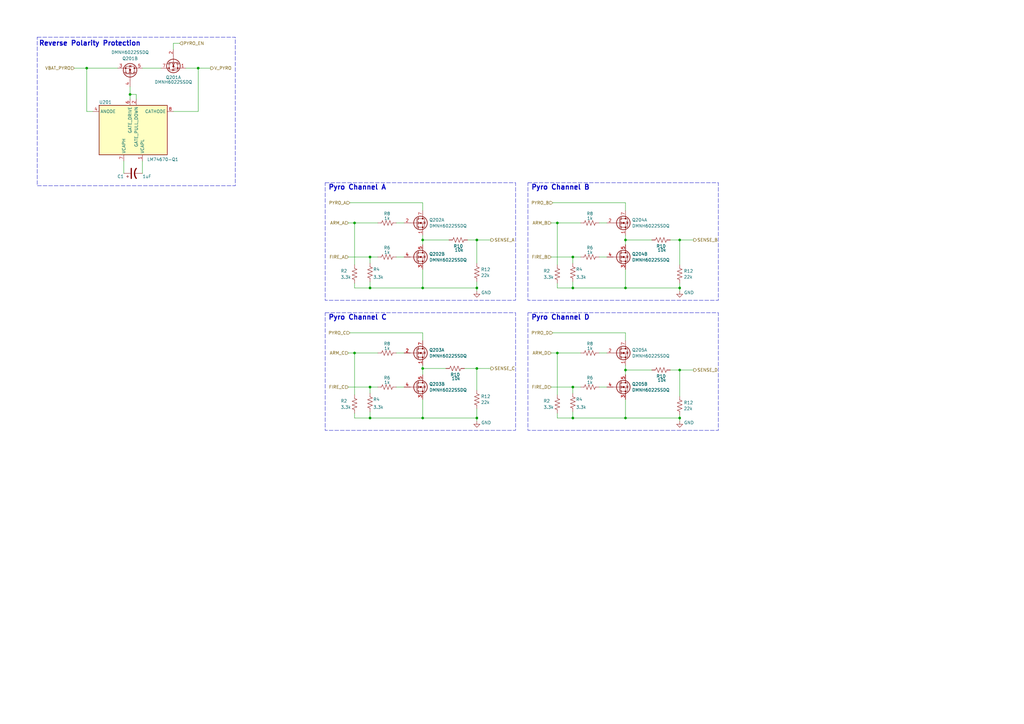
<source format=kicad_sch>
(kicad_sch (version 20230121) (generator eeschema)

  (uuid 25e87aab-0877-4568-a426-1d554c854643)

  (paper "A3")

  (title_block
    (title "MIDAS Pyro Circuitry MK1")
    (date "2023-09-15")
    (rev "A")
    (company "Illinois Space Society")
    (comment 4 "Contributors: Patrick Cassino, Sourojit Mazumder, Vasu Dar, Quinn Athas, Peter Giannetos")
  )

  (lib_symbols
    (symbol "Device:C_Polarized_US" (pin_numbers hide) (pin_names (offset 0.254) hide) (in_bom yes) (on_board yes)
      (property "Reference" "C" (at 0.635 2.54 0)
        (effects (font (size 1.27 1.27)) (justify left))
      )
      (property "Value" "C_Polarized_US" (at 0.635 -2.54 0)
        (effects (font (size 1.27 1.27)) (justify left))
      )
      (property "Footprint" "" (at 0 0 0)
        (effects (font (size 1.27 1.27)) hide)
      )
      (property "Datasheet" "~" (at 0 0 0)
        (effects (font (size 1.27 1.27)) hide)
      )
      (property "ki_keywords" "cap capacitor" (at 0 0 0)
        (effects (font (size 1.27 1.27)) hide)
      )
      (property "ki_description" "Polarized capacitor, US symbol" (at 0 0 0)
        (effects (font (size 1.27 1.27)) hide)
      )
      (property "ki_fp_filters" "CP_*" (at 0 0 0)
        (effects (font (size 1.27 1.27)) hide)
      )
      (symbol "C_Polarized_US_0_1"
        (polyline
          (pts
            (xy -2.032 0.762)
            (xy 2.032 0.762)
          )
          (stroke (width 0.508) (type default))
          (fill (type none))
        )
        (polyline
          (pts
            (xy -1.778 2.286)
            (xy -0.762 2.286)
          )
          (stroke (width 0) (type default))
          (fill (type none))
        )
        (polyline
          (pts
            (xy -1.27 1.778)
            (xy -1.27 2.794)
          )
          (stroke (width 0) (type default))
          (fill (type none))
        )
        (arc (start 2.032 -1.27) (mid 0 -0.5572) (end -2.032 -1.27)
          (stroke (width 0.508) (type default))
          (fill (type none))
        )
      )
      (symbol "C_Polarized_US_1_1"
        (pin passive line (at 0 3.81 270) (length 2.794)
          (name "~" (effects (font (size 1.27 1.27))))
          (number "1" (effects (font (size 1.27 1.27))))
        )
        (pin passive line (at 0 -3.81 90) (length 3.302)
          (name "~" (effects (font (size 1.27 1.27))))
          (number "2" (effects (font (size 1.27 1.27))))
        )
      )
    )
    (symbol "Device:R_US" (pin_numbers hide) (pin_names (offset 0)) (in_bom yes) (on_board yes)
      (property "Reference" "R" (at 2.54 0 90)
        (effects (font (size 1.27 1.27)))
      )
      (property "Value" "R_US" (at -2.54 0 90)
        (effects (font (size 1.27 1.27)))
      )
      (property "Footprint" "" (at 1.016 -0.254 90)
        (effects (font (size 1.27 1.27)) hide)
      )
      (property "Datasheet" "~" (at 0 0 0)
        (effects (font (size 1.27 1.27)) hide)
      )
      (property "ki_keywords" "R res resistor" (at 0 0 0)
        (effects (font (size 1.27 1.27)) hide)
      )
      (property "ki_description" "Resistor, US symbol" (at 0 0 0)
        (effects (font (size 1.27 1.27)) hide)
      )
      (property "ki_fp_filters" "R_*" (at 0 0 0)
        (effects (font (size 1.27 1.27)) hide)
      )
      (symbol "R_US_0_1"
        (polyline
          (pts
            (xy 0 -2.286)
            (xy 0 -2.54)
          )
          (stroke (width 0) (type default))
          (fill (type none))
        )
        (polyline
          (pts
            (xy 0 2.286)
            (xy 0 2.54)
          )
          (stroke (width 0) (type default))
          (fill (type none))
        )
        (polyline
          (pts
            (xy 0 -0.762)
            (xy 1.016 -1.143)
            (xy 0 -1.524)
            (xy -1.016 -1.905)
            (xy 0 -2.286)
          )
          (stroke (width 0) (type default))
          (fill (type none))
        )
        (polyline
          (pts
            (xy 0 0.762)
            (xy 1.016 0.381)
            (xy 0 0)
            (xy -1.016 -0.381)
            (xy 0 -0.762)
          )
          (stroke (width 0) (type default))
          (fill (type none))
        )
        (polyline
          (pts
            (xy 0 2.286)
            (xy 1.016 1.905)
            (xy 0 1.524)
            (xy -1.016 1.143)
            (xy 0 0.762)
          )
          (stroke (width 0) (type default))
          (fill (type none))
        )
      )
      (symbol "R_US_1_1"
        (pin passive line (at 0 3.81 270) (length 1.27)
          (name "~" (effects (font (size 1.27 1.27))))
          (number "1" (effects (font (size 1.27 1.27))))
        )
        (pin passive line (at 0 -3.81 90) (length 1.27)
          (name "~" (effects (font (size 1.27 1.27))))
          (number "2" (effects (font (size 1.27 1.27))))
        )
      )
    )
    (symbol "Power_Ideal_Diode:LM74670-Q1" (in_bom yes) (on_board yes)
      (property "Reference" "U" (at -10.16 12.7 0)
        (effects (font (size 1.27 1.27)) (justify left top))
      )
      (property "Value" "LM74670-Q1" (at 5.08 12.7 0)
        (effects (font (size 1.27 1.27)) (justify left top))
      )
      (property "Footprint" "Package_SO:VSSOP-8_3.0x3.0mm_P0.65mm" (at 44.45 -94.92 0)
        (effects (font (size 1.27 1.27)) (justify left top) hide)
      )
      (property "Datasheet" "http://www.ti.com/lit/gpn/lm74670-q1" (at 44.45 -194.92 0)
        (effects (font (size 1.27 1.27)) (justify left top) hide)
      )
      (property "ki_keywords" "0.48V to 42V zero IQ automotive ideal diode rectifier controller with 70uA gate drive" (at 0 0 0)
        (effects (font (size 1.27 1.27)) hide)
      )
      (property "ki_description" "0.48V to 42V, zero IQ automotive ideal diode rectifier controller with 70uA gate drive" (at 0 0 0)
        (effects (font (size 1.27 1.27)) hide)
      )
      (symbol "LM74670-Q1_1_1"
        (rectangle (start -12.7 10.16) (end 15.24 -10.16)
          (stroke (width 0.254) (type default))
          (fill (type background))
        )
        (pin bidirectional line (at 5.08 -12.7 90) (length 2.54)
          (name "VCAPL" (effects (font (size 1.27 1.27))))
          (number "1" (effects (font (size 1.27 1.27))))
        )
        (pin output line (at 2.54 12.7 270) (length 2.54)
          (name "GATE_PULL_DOWN" (effects (font (size 1.27 1.27))))
          (number "2" (effects (font (size 1.27 1.27))))
        )
        (pin no_connect line (at -15.24 2.54 0) (length 2.54) hide
          (name "NC" (effects (font (size 1.27 1.27))))
          (number "3" (effects (font (size 1.27 1.27))))
        )
        (pin power_in line (at -15.24 7.62 0) (length 2.54)
          (name "ANODE" (effects (font (size 1.27 1.27))))
          (number "4" (effects (font (size 1.27 1.27))))
        )
        (pin no_connect line (at -15.24 2.54 0) (length 2.54) hide
          (name "NC" (effects (font (size 1.27 1.27))))
          (number "5" (effects (font (size 1.27 1.27))))
        )
        (pin output line (at 0 12.7 270) (length 2.54)
          (name "GATE_DRIVE" (effects (font (size 1.27 1.27))))
          (number "6" (effects (font (size 1.27 1.27))))
        )
        (pin bidirectional line (at -2.54 -12.7 90) (length 2.54)
          (name "VCAPH" (effects (font (size 1.27 1.27))))
          (number "7" (effects (font (size 1.27 1.27))))
        )
        (pin power_in line (at 17.78 7.62 180) (length 2.54)
          (name "CATHODE" (effects (font (size 1.27 1.27))))
          (number "8" (effects (font (size 1.27 1.27))))
        )
      )
    )
    (symbol "Transistor_FET_Diodes:DMNH6022SSDQ" (pin_names hide) (in_bom yes) (on_board yes)
      (property "Reference" "Q" (at 2.54 -1.27 0)
        (effects (font (size 1.27 1.27)) (justify left))
      )
      (property "Value" "DMNH6022SSDQ" (at 2.54 1.27 0)
        (effects (font (size 1.27 1.27)) (justify left))
      )
      (property "Footprint" "Package_SO:SO-8_3.9x4.9mm_P1.27mm" (at 0 -10.16 0)
        (effects (font (size 1.27 1.27)) hide)
      )
      (property "Datasheet" "https://www.diodes.com/assets/Datasheets/DMNH6022SSDQ.pdf" (at 0 -7.62 0)
        (effects (font (size 1.27 1.27)) hide)
      )
      (property "ki_locked" "" (at 0 0 0)
        (effects (font (size 1.27 1.27)))
      )
      (property "ki_keywords" "22.6A Id 60Vd N-Channel MOSFET SO-8 Diodes Incorporated" (at 0 0 0)
        (effects (font (size 1.27 1.27)) hide)
      )
      (property "ki_description" "22.6A Id, 60Vd, N-Channel MOSFET, SO-8" (at 0 0 0)
        (effects (font (size 1.27 1.27)) hide)
      )
      (symbol "DMNH6022SSDQ_0_1"
        (circle (center -0.889 0) (radius 2.794)
          (stroke (width 0.254) (type default))
          (fill (type none))
        )
        (circle (center 0 -1.778) (radius 0.254)
          (stroke (width 0) (type default))
          (fill (type outline))
        )
        (polyline
          (pts
            (xy -2.286 0)
            (xy -5.08 0)
          )
          (stroke (width 0) (type default))
          (fill (type none))
        )
        (polyline
          (pts
            (xy -2.286 1.905)
            (xy -2.286 -1.905)
          )
          (stroke (width 0.254) (type default))
          (fill (type none))
        )
        (polyline
          (pts
            (xy -1.778 -1.27)
            (xy -1.778 -2.286)
          )
          (stroke (width 0.254) (type default))
          (fill (type none))
        )
        (polyline
          (pts
            (xy -1.778 0.508)
            (xy -1.778 -0.508)
          )
          (stroke (width 0.254) (type default))
          (fill (type none))
        )
        (polyline
          (pts
            (xy -1.778 2.286)
            (xy -1.778 1.27)
          )
          (stroke (width 0.254) (type default))
          (fill (type none))
        )
        (polyline
          (pts
            (xy 0 2.54)
            (xy 0 1.778)
          )
          (stroke (width 0) (type default))
          (fill (type none))
        )
        (polyline
          (pts
            (xy 0 -2.54)
            (xy 0 0)
            (xy -1.778 0)
          )
          (stroke (width 0) (type default))
          (fill (type none))
        )
        (polyline
          (pts
            (xy -1.778 -1.778)
            (xy 0.762 -1.778)
            (xy 0.762 1.778)
            (xy -1.778 1.778)
          )
          (stroke (width 0) (type default))
          (fill (type none))
        )
        (polyline
          (pts
            (xy -1.524 0)
            (xy -0.508 0.381)
            (xy -0.508 -0.381)
            (xy -1.524 0)
          )
          (stroke (width 0) (type default))
          (fill (type outline))
        )
        (polyline
          (pts
            (xy 0.254 0.508)
            (xy 0.381 0.381)
            (xy 1.143 0.381)
            (xy 1.27 0.254)
          )
          (stroke (width 0) (type default))
          (fill (type none))
        )
        (polyline
          (pts
            (xy 0.762 0.381)
            (xy 0.381 -0.254)
            (xy 1.143 -0.254)
            (xy 0.762 0.381)
          )
          (stroke (width 0) (type default))
          (fill (type none))
        )
        (circle (center 0 1.778) (radius 0.254)
          (stroke (width 0) (type default))
          (fill (type outline))
        )
      )
      (symbol "DMNH6022SSDQ_1_0"
        (pin passive line (at 0 -5.08 90) (length 2.54)
          (name "S1" (effects (font (size 1.27 1.27))))
          (number "1" (effects (font (size 1.27 1.27))))
        )
        (pin input line (at -7.62 0 0) (length 2.54)
          (name "G1" (effects (font (size 1.27 1.27))))
          (number "2" (effects (font (size 1.27 1.27))))
        )
        (pin passive line (at 0 5.08 270) (length 2.54)
          (name "D1" (effects (font (size 1.27 1.27))))
          (number "7" (effects (font (size 1.27 1.27))))
        )
        (pin passive line (at 0 5.08 270) (length 2.54) hide
          (name "D1" (effects (font (size 1.27 1.27))))
          (number "8" (effects (font (size 1.27 1.27))))
        )
      )
      (symbol "DMNH6022SSDQ_2_0"
        (pin passive line (at 0 -5.08 90) (length 2.54)
          (name "S2" (effects (font (size 1.27 1.27))))
          (number "3" (effects (font (size 1.27 1.27))))
        )
        (pin input line (at -7.62 0 0) (length 2.54)
          (name "G2" (effects (font (size 1.27 1.27))))
          (number "4" (effects (font (size 1.27 1.27))))
        )
        (pin passive line (at 0 5.08 270) (length 2.54)
          (name "D2" (effects (font (size 1.27 1.27))))
          (number "5" (effects (font (size 1.27 1.27))))
        )
        (pin passive line (at 0 5.08 270) (length 2.54) hide
          (name "D2" (effects (font (size 1.27 1.27))))
          (number "6" (effects (font (size 1.27 1.27))))
        )
      )
    )
    (symbol "power:GND" (power) (pin_names (offset 0)) (in_bom yes) (on_board yes)
      (property "Reference" "#PWR" (at 0 -6.35 0)
        (effects (font (size 1.27 1.27)) hide)
      )
      (property "Value" "GND" (at 0 -3.81 0)
        (effects (font (size 1.27 1.27)))
      )
      (property "Footprint" "" (at 0 0 0)
        (effects (font (size 1.27 1.27)) hide)
      )
      (property "Datasheet" "" (at 0 0 0)
        (effects (font (size 1.27 1.27)) hide)
      )
      (property "ki_keywords" "global power" (at 0 0 0)
        (effects (font (size 1.27 1.27)) hide)
      )
      (property "ki_description" "Power symbol creates a global label with name \"GND\" , ground" (at 0 0 0)
        (effects (font (size 1.27 1.27)) hide)
      )
      (symbol "GND_0_1"
        (polyline
          (pts
            (xy 0 0)
            (xy 0 -1.27)
            (xy 1.27 -1.27)
            (xy 0 -2.54)
            (xy -1.27 -1.27)
            (xy 0 -1.27)
          )
          (stroke (width 0) (type default))
          (fill (type none))
        )
      )
      (symbol "GND_1_1"
        (pin power_in line (at 0 0 270) (length 0) hide
          (name "GND" (effects (font (size 1.27 1.27))))
          (number "1" (effects (font (size 1.27 1.27))))
        )
      )
    )
  )

  (junction (at 151.765 105.41) (diameter 0) (color 0 0 0 0)
    (uuid 0386a506-282d-47f5-8439-a9049d6f4ef1)
  )
  (junction (at 278.765 98.425) (diameter 0) (color 0 0 0 0)
    (uuid 038b575d-2e4e-4619-8a4a-4bfd60257c33)
  )
  (junction (at 195.58 151.13) (diameter 0) (color 0 0 0 0)
    (uuid 14ba3a1b-be9e-4341-93e3-143188ecb820)
  )
  (junction (at 256.54 98.425) (diameter 0) (color 0 0 0 0)
    (uuid 1a97a76e-9575-4b2d-b73b-b796697775b1)
  )
  (junction (at 234.95 171.45) (diameter 0) (color 0 0 0 0)
    (uuid 210b168e-8e7b-4839-acf6-35ac01df7ffa)
  )
  (junction (at 53.34 38.735) (diameter 0) (color 0 0 0 0)
    (uuid 27f941a7-d50b-49b4-a315-7625ee212f23)
  )
  (junction (at 145.415 91.44) (diameter 0) (color 0 0 0 0)
    (uuid 30c5375a-c56c-4497-8bb6-5c420512ae6a)
  )
  (junction (at 151.765 158.75) (diameter 0) (color 0 0 0 0)
    (uuid 38727037-bedd-4148-9f63-79fac3a3b85c)
  )
  (junction (at 256.54 118.11) (diameter 0) (color 0 0 0 0)
    (uuid 3e7d18af-22a3-451d-a57c-25fc1fb1566c)
  )
  (junction (at 173.355 171.45) (diameter 0) (color 0 0 0 0)
    (uuid 4e04f736-1677-4dab-8a3b-4d805368563e)
  )
  (junction (at 195.58 118.11) (diameter 0) (color 0 0 0 0)
    (uuid 5d8e40a6-c361-49ac-87b3-9fbe522534a0)
  )
  (junction (at 195.58 171.45) (diameter 0) (color 0 0 0 0)
    (uuid 5f5c2428-5533-457d-9c7a-a2da64eee27b)
  )
  (junction (at 256.54 171.45) (diameter 0) (color 0 0 0 0)
    (uuid 60000817-1689-4dcf-9f52-efd0a12337fb)
  )
  (junction (at 278.765 171.45) (diameter 0) (color 0 0 0 0)
    (uuid 70cf2391-0459-4e89-8c16-2acd115a4522)
  )
  (junction (at 81.28 27.94) (diameter 0) (color 0 0 0 0)
    (uuid 757679a6-1a91-485e-919a-8de958f623e5)
  )
  (junction (at 234.95 105.41) (diameter 0) (color 0 0 0 0)
    (uuid 764140c6-c6c0-41b7-ad13-cf0e51999123)
  )
  (junction (at 228.6 91.44) (diameter 0) (color 0 0 0 0)
    (uuid 7754af32-06b6-405e-bef0-5577868ad070)
  )
  (junction (at 256.54 151.765) (diameter 0) (color 0 0 0 0)
    (uuid 7ca94f4d-d5b0-471b-b879-2a7212026d79)
  )
  (junction (at 35.56 27.94) (diameter 0) (color 0 0 0 0)
    (uuid 884dcec6-9a2b-47ad-b6b8-4f1d7a3ebce0)
  )
  (junction (at 278.765 151.765) (diameter 0) (color 0 0 0 0)
    (uuid 8c299e33-3900-45be-a911-c9717e3f3035)
  )
  (junction (at 234.95 158.75) (diameter 0) (color 0 0 0 0)
    (uuid 8d959041-121b-4ebd-a400-d6d99b183abf)
  )
  (junction (at 151.765 171.45) (diameter 0) (color 0 0 0 0)
    (uuid ae590fcb-b0a1-4d2b-b522-34696d8c7c2f)
  )
  (junction (at 278.765 118.11) (diameter 0) (color 0 0 0 0)
    (uuid be86b6f3-189b-4b81-ad4e-a776378270a6)
  )
  (junction (at 228.6 144.78) (diameter 0) (color 0 0 0 0)
    (uuid bff12e56-72ad-48e1-8aba-144ad3dada2a)
  )
  (junction (at 173.355 98.425) (diameter 0) (color 0 0 0 0)
    (uuid d57ebd28-89c9-423e-b365-72cd193c513f)
  )
  (junction (at 151.765 118.11) (diameter 0) (color 0 0 0 0)
    (uuid db99a270-10da-46e0-856c-86853cdaa810)
  )
  (junction (at 195.58 98.425) (diameter 0) (color 0 0 0 0)
    (uuid dd071941-92fb-408c-b779-d7744651c7f0)
  )
  (junction (at 173.355 118.11) (diameter 0) (color 0 0 0 0)
    (uuid dfabffcb-c850-49c4-a942-5e905a25b6ab)
  )
  (junction (at 173.355 151.13) (diameter 0) (color 0 0 0 0)
    (uuid e0c8c4c9-78b5-4b72-85ad-d43838a13a40)
  )
  (junction (at 145.415 144.78) (diameter 0) (color 0 0 0 0)
    (uuid e703ddce-b610-44e5-a6d2-346d4eb3a9ba)
  )
  (junction (at 234.95 118.11) (diameter 0) (color 0 0 0 0)
    (uuid f8cfa384-c2f1-4e3c-86eb-927bf7b1a772)
  )

  (wire (pts (xy 256.54 151.765) (xy 256.54 153.67))
    (stroke (width 0) (type default))
    (uuid 0088d7c3-7763-4d8f-8c71-96695a7728c7)
  )
  (wire (pts (xy 228.6 144.78) (xy 228.6 161.925))
    (stroke (width 0) (type default))
    (uuid 0140bd2e-0e83-4d56-a54b-bd3aa56c17c3)
  )
  (wire (pts (xy 190.5 151.13) (xy 195.58 151.13))
    (stroke (width 0) (type default))
    (uuid 01d22de7-fa40-4225-af92-3f426883810b)
  )
  (wire (pts (xy 173.355 98.425) (xy 184.15 98.425))
    (stroke (width 0) (type default))
    (uuid 024cadf9-3311-47b0-99fd-85cc547c006c)
  )
  (wire (pts (xy 256.54 98.425) (xy 267.335 98.425))
    (stroke (width 0) (type default))
    (uuid 0458079d-fa08-4f4e-abbc-0dcc65496866)
  )
  (wire (pts (xy 226.695 83.185) (xy 256.54 83.185))
    (stroke (width 0) (type default))
    (uuid 05e5f74e-d2b7-471c-88af-b3738e6517f0)
  )
  (wire (pts (xy 228.6 116.205) (xy 228.6 118.11))
    (stroke (width 0) (type default))
    (uuid 09bbfe10-5be4-4d4a-b038-2207ef498cb5)
  )
  (wire (pts (xy 256.54 98.425) (xy 256.54 100.33))
    (stroke (width 0) (type default))
    (uuid 0ecfe6af-c26c-4190-ba03-9ce838d067a9)
  )
  (wire (pts (xy 71.12 17.78) (xy 73.66 17.78))
    (stroke (width 0) (type default))
    (uuid 174c5cac-54f2-4ad1-8fa5-1ba4740a7b06)
  )
  (wire (pts (xy 53.34 38.735) (xy 55.88 38.735))
    (stroke (width 0) (type default))
    (uuid 1b06d4d4-2282-4175-a647-e56769661a64)
  )
  (wire (pts (xy 195.58 167.64) (xy 195.58 171.45))
    (stroke (width 0) (type default))
    (uuid 1b880fe2-ac1c-43d7-9667-63e1d793c971)
  )
  (wire (pts (xy 151.765 105.41) (xy 151.765 107.95))
    (stroke (width 0) (type default))
    (uuid 1c244c54-c84b-4ee6-b366-4859b439ed93)
  )
  (wire (pts (xy 238.125 158.75) (xy 234.95 158.75))
    (stroke (width 0) (type default))
    (uuid 1d312a36-e9f0-41b4-a3b4-fa14974a2f7e)
  )
  (wire (pts (xy 284.48 98.425) (xy 278.765 98.425))
    (stroke (width 0) (type default))
    (uuid 1df4d203-25db-42f6-a3fd-811ced772bca)
  )
  (wire (pts (xy 53.34 38.735) (xy 53.34 40.64))
    (stroke (width 0) (type default))
    (uuid 20a0e3c7-d5fd-4848-a0c1-a9ae54712937)
  )
  (wire (pts (xy 81.28 27.94) (xy 86.36 27.94))
    (stroke (width 0) (type default))
    (uuid 21893020-99fa-49d5-ad8f-50feca19cd3d)
  )
  (wire (pts (xy 228.6 144.78) (xy 238.125 144.78))
    (stroke (width 0) (type default))
    (uuid 238b81ff-43ec-4714-b192-ad9f1bd7eee1)
  )
  (wire (pts (xy 228.6 91.44) (xy 238.125 91.44))
    (stroke (width 0) (type default))
    (uuid 23d44808-e997-4b65-aa78-c719d4162293)
  )
  (wire (pts (xy 142.875 105.41) (xy 151.765 105.41))
    (stroke (width 0) (type default))
    (uuid 23d9eea1-32ad-4b4b-8ffa-b0756fcbbb69)
  )
  (wire (pts (xy 274.955 151.765) (xy 278.765 151.765))
    (stroke (width 0) (type default))
    (uuid 27c311d1-2542-4348-bb46-eb0008f07de9)
  )
  (wire (pts (xy 234.95 171.45) (xy 256.54 171.45))
    (stroke (width 0) (type default))
    (uuid 2ae9f215-6120-49fc-8cd2-d2d27b7ca0cc)
  )
  (wire (pts (xy 145.415 144.78) (xy 154.94 144.78))
    (stroke (width 0) (type default))
    (uuid 2cd12486-cb3e-45d5-9e3d-5de362741818)
  )
  (wire (pts (xy 145.415 91.44) (xy 145.415 108.585))
    (stroke (width 0) (type default))
    (uuid 2def6618-bcf2-4f00-95eb-c3cfb23296ac)
  )
  (wire (pts (xy 245.745 91.44) (xy 248.92 91.44))
    (stroke (width 0) (type default))
    (uuid 2fc28d83-7e89-4065-900f-188dec4e8515)
  )
  (wire (pts (xy 201.295 98.425) (xy 195.58 98.425))
    (stroke (width 0) (type default))
    (uuid 327e9f8d-a333-4d10-acf4-0a96dc33be7d)
  )
  (wire (pts (xy 151.765 171.45) (xy 173.355 171.45))
    (stroke (width 0) (type default))
    (uuid 34c7b438-2c43-4554-b42f-9e628128cdbb)
  )
  (wire (pts (xy 245.745 158.75) (xy 248.92 158.75))
    (stroke (width 0) (type default))
    (uuid 3801eb51-414c-44e1-a8b2-43211af79cd6)
  )
  (wire (pts (xy 234.95 171.45) (xy 234.95 168.91))
    (stroke (width 0) (type default))
    (uuid 390cc7eb-525e-4134-a187-1eea46786848)
  )
  (wire (pts (xy 256.54 171.45) (xy 256.54 163.83))
    (stroke (width 0) (type default))
    (uuid 3b2030e4-e5ff-4776-a493-357d7d88ff3e)
  )
  (wire (pts (xy 173.355 171.45) (xy 173.355 163.83))
    (stroke (width 0) (type default))
    (uuid 498d6de1-1d58-442f-9d0f-e545561d13f2)
  )
  (wire (pts (xy 173.355 151.13) (xy 173.355 153.67))
    (stroke (width 0) (type default))
    (uuid 499cd3de-21b1-4a9e-8185-8bf84a85f8fa)
  )
  (wire (pts (xy 145.415 144.78) (xy 145.415 161.925))
    (stroke (width 0) (type default))
    (uuid 49bec50b-0aeb-4e3f-8c31-b851918df42b)
  )
  (wire (pts (xy 238.125 105.41) (xy 234.95 105.41))
    (stroke (width 0) (type default))
    (uuid 4ae62687-b59f-4ee0-a3c8-ef6d98765b35)
  )
  (wire (pts (xy 191.77 98.425) (xy 195.58 98.425))
    (stroke (width 0) (type default))
    (uuid 4f394345-6a51-401f-969a-f4a4e73a43e0)
  )
  (wire (pts (xy 151.765 171.45) (xy 151.765 168.91))
    (stroke (width 0) (type default))
    (uuid 516840c2-7b78-4d0e-8ffe-448e703e3b4d)
  )
  (wire (pts (xy 143.51 83.185) (xy 173.355 83.185))
    (stroke (width 0) (type default))
    (uuid 517a3517-94a2-47d2-88bb-4d9b6e349c7d)
  )
  (wire (pts (xy 195.58 119.38) (xy 195.58 118.11))
    (stroke (width 0) (type default))
    (uuid 51f431af-35a9-4c4b-b922-4e621042e624)
  )
  (wire (pts (xy 228.6 169.545) (xy 228.6 171.45))
    (stroke (width 0) (type default))
    (uuid 5b7d4139-f980-4cf3-89af-55fa89546320)
  )
  (wire (pts (xy 226.06 105.41) (xy 234.95 105.41))
    (stroke (width 0) (type default))
    (uuid 5c01a96b-de67-4a0b-916b-35c8b52a57cc)
  )
  (wire (pts (xy 201.295 151.13) (xy 195.58 151.13))
    (stroke (width 0) (type default))
    (uuid 5ccbf5f2-0b84-42a4-bbb2-72d114f6dbe9)
  )
  (wire (pts (xy 143.51 136.525) (xy 173.355 136.525))
    (stroke (width 0) (type default))
    (uuid 5d933333-d941-4753-be63-a343c47accaa)
  )
  (wire (pts (xy 50.8 66.04) (xy 50.8 71.12))
    (stroke (width 0) (type default))
    (uuid 605d4f85-93ec-4003-bf8c-fda86ed928ed)
  )
  (wire (pts (xy 53.34 35.56) (xy 53.34 38.735))
    (stroke (width 0) (type default))
    (uuid 607d14cb-6642-408e-a964-4e6881c8c2a1)
  )
  (wire (pts (xy 142.875 158.75) (xy 151.765 158.75))
    (stroke (width 0) (type default))
    (uuid 65e8f243-5667-4d00-ab4e-d7ee5996f7d4)
  )
  (wire (pts (xy 173.355 118.11) (xy 195.58 118.11))
    (stroke (width 0) (type default))
    (uuid 66514868-93cb-4444-819d-9f4412f98834)
  )
  (wire (pts (xy 256.54 96.52) (xy 256.54 98.425))
    (stroke (width 0) (type default))
    (uuid 688fae65-7e10-4199-9e5a-40beeb55c5e3)
  )
  (wire (pts (xy 162.56 105.41) (xy 165.735 105.41))
    (stroke (width 0) (type default))
    (uuid 6975c7f4-d6cf-4864-85f6-446f3680bf1c)
  )
  (wire (pts (xy 226.06 144.78) (xy 228.6 144.78))
    (stroke (width 0) (type default))
    (uuid 698d4401-a749-45f0-94c9-1a6b4c6c5525)
  )
  (wire (pts (xy 234.95 118.11) (xy 234.95 115.57))
    (stroke (width 0) (type default))
    (uuid 6ac1cd45-9f02-4b07-8792-98899b169111)
  )
  (wire (pts (xy 256.54 151.765) (xy 267.335 151.765))
    (stroke (width 0) (type default))
    (uuid 6ad3ebce-1439-42e4-9bfe-419563d8dc2a)
  )
  (wire (pts (xy 162.56 144.78) (xy 165.735 144.78))
    (stroke (width 0) (type default))
    (uuid 6dd3dd3b-dc81-4d83-a80b-feff89f85812)
  )
  (wire (pts (xy 55.88 40.64) (xy 55.88 38.735))
    (stroke (width 0) (type default))
    (uuid 6fed008e-590d-4fa2-b1f9-70b9e03b8d0d)
  )
  (wire (pts (xy 142.875 91.44) (xy 145.415 91.44))
    (stroke (width 0) (type default))
    (uuid 738b5a56-d22d-4bae-be7e-01be914b06b1)
  )
  (wire (pts (xy 76.2 27.94) (xy 81.28 27.94))
    (stroke (width 0) (type default))
    (uuid 75d0d055-5652-4b02-8a7e-0f1a577528e5)
  )
  (wire (pts (xy 154.94 158.75) (xy 151.765 158.75))
    (stroke (width 0) (type default))
    (uuid 7dedbd25-8a7e-4a78-a88d-b7e4997f2c5a)
  )
  (wire (pts (xy 145.415 116.205) (xy 145.415 118.11))
    (stroke (width 0) (type default))
    (uuid 800c9705-cd61-409f-95d3-91e14c9ba911)
  )
  (wire (pts (xy 142.875 144.78) (xy 145.415 144.78))
    (stroke (width 0) (type default))
    (uuid 80908868-38e5-45c7-90c7-e2ec7295df38)
  )
  (wire (pts (xy 58.42 66.04) (xy 58.42 71.12))
    (stroke (width 0) (type default))
    (uuid 835b476a-a6e0-4fe5-9258-5b15871fc554)
  )
  (wire (pts (xy 162.56 158.75) (xy 165.735 158.75))
    (stroke (width 0) (type default))
    (uuid 83973189-8925-4e18-90a2-65ed19291efb)
  )
  (wire (pts (xy 145.415 118.11) (xy 151.765 118.11))
    (stroke (width 0) (type default))
    (uuid 841ee44f-cdfe-43e1-8f78-ecaab75506b7)
  )
  (wire (pts (xy 154.94 105.41) (xy 151.765 105.41))
    (stroke (width 0) (type default))
    (uuid 896d0d65-60e8-481a-9269-31c2f161c9e2)
  )
  (wire (pts (xy 173.355 83.185) (xy 173.355 86.36))
    (stroke (width 0) (type default))
    (uuid 8a80cc95-a5d0-4be0-a6b0-fe80da10c936)
  )
  (wire (pts (xy 173.355 98.425) (xy 173.355 100.33))
    (stroke (width 0) (type default))
    (uuid 8ab6f317-400c-4134-844e-a94e4316be38)
  )
  (wire (pts (xy 256.54 83.185) (xy 256.54 86.36))
    (stroke (width 0) (type default))
    (uuid 8e71a492-f2a0-4019-8c8e-de9cd14d5e26)
  )
  (wire (pts (xy 278.765 98.425) (xy 278.765 108.585))
    (stroke (width 0) (type default))
    (uuid 90105b7d-d368-414f-97bf-91ddca137404)
  )
  (wire (pts (xy 284.48 151.765) (xy 278.765 151.765))
    (stroke (width 0) (type default))
    (uuid 91de8582-2b17-471c-9cb7-91e06b8e795b)
  )
  (wire (pts (xy 226.695 136.525) (xy 256.54 136.525))
    (stroke (width 0) (type default))
    (uuid 9a2853cd-f2f8-4e81-aff9-bb0be33c82e3)
  )
  (wire (pts (xy 278.765 172.72) (xy 278.765 171.45))
    (stroke (width 0) (type default))
    (uuid 9bd46b17-1f0a-4a1f-8207-71a9d180434d)
  )
  (wire (pts (xy 35.56 45.72) (xy 38.1 45.72))
    (stroke (width 0) (type default))
    (uuid a059fe1d-ed5f-4ec5-9ea1-74c2da971516)
  )
  (wire (pts (xy 278.765 151.765) (xy 278.765 162.56))
    (stroke (width 0) (type default))
    (uuid a5522e32-0ebd-4223-8dfc-19fd49817b4f)
  )
  (wire (pts (xy 274.955 98.425) (xy 278.765 98.425))
    (stroke (width 0) (type default))
    (uuid a58bc0db-a4ea-4d2f-bf67-99501962ffcf)
  )
  (wire (pts (xy 145.415 91.44) (xy 154.94 91.44))
    (stroke (width 0) (type default))
    (uuid a6c40dbd-2fb0-4a97-adda-212a8aef0e07)
  )
  (wire (pts (xy 228.6 171.45) (xy 234.95 171.45))
    (stroke (width 0) (type default))
    (uuid a7cfc313-857d-443f-8e9c-66e12853ac98)
  )
  (wire (pts (xy 145.415 171.45) (xy 151.765 171.45))
    (stroke (width 0) (type default))
    (uuid a88bdfec-e095-4337-bcb1-93f0bd96f6d8)
  )
  (wire (pts (xy 245.745 105.41) (xy 248.92 105.41))
    (stroke (width 0) (type default))
    (uuid aeea2899-e83d-4dba-a4a0-38a748f0422c)
  )
  (wire (pts (xy 71.12 45.72) (xy 81.28 45.72))
    (stroke (width 0) (type default))
    (uuid b09b4ef8-2bfb-4749-93e9-3e7844eba714)
  )
  (wire (pts (xy 195.58 172.72) (xy 195.58 171.45))
    (stroke (width 0) (type default))
    (uuid bcb4e34b-4ae6-425d-b864-4955e8d5c00b)
  )
  (wire (pts (xy 234.95 105.41) (xy 234.95 107.95))
    (stroke (width 0) (type default))
    (uuid bf67e133-dfbd-43d2-b58e-8ab196733038)
  )
  (wire (pts (xy 245.745 144.78) (xy 248.92 144.78))
    (stroke (width 0) (type default))
    (uuid c5261763-0a88-480d-a1b9-f1752a1b528e)
  )
  (wire (pts (xy 151.765 158.75) (xy 151.765 161.29))
    (stroke (width 0) (type default))
    (uuid cad00019-dc03-41df-8c62-a84b42443fa4)
  )
  (wire (pts (xy 195.58 151.13) (xy 195.58 160.02))
    (stroke (width 0) (type default))
    (uuid ce3c50a7-7b74-40b0-ac95-49bd366fba69)
  )
  (wire (pts (xy 234.95 118.11) (xy 256.54 118.11))
    (stroke (width 0) (type default))
    (uuid cfa443ff-d0dd-4ba1-9350-30db2c72bca5)
  )
  (wire (pts (xy 173.355 136.525) (xy 173.355 139.7))
    (stroke (width 0) (type default))
    (uuid d00f6a64-b862-49f3-b365-a4c628c4fc70)
  )
  (wire (pts (xy 173.355 151.13) (xy 182.88 151.13))
    (stroke (width 0) (type default))
    (uuid d01430ed-a0e1-42f7-8af2-f5f6801ac060)
  )
  (wire (pts (xy 256.54 118.11) (xy 256.54 110.49))
    (stroke (width 0) (type default))
    (uuid d06041d4-3d08-464d-a136-92d899e48ed6)
  )
  (wire (pts (xy 256.54 136.525) (xy 256.54 139.7))
    (stroke (width 0) (type default))
    (uuid d0aeeb47-9007-4a10-8711-f80d4a1a5346)
  )
  (wire (pts (xy 173.355 118.11) (xy 173.355 110.49))
    (stroke (width 0) (type default))
    (uuid d23ce23f-8ba1-43d4-b594-482869b17e54)
  )
  (wire (pts (xy 195.58 98.425) (xy 195.58 107.95))
    (stroke (width 0) (type default))
    (uuid d254ab6e-d163-463c-99f5-b8550e682c93)
  )
  (wire (pts (xy 278.765 116.205) (xy 278.765 118.11))
    (stroke (width 0) (type default))
    (uuid d2d7d6f6-0910-4606-aa67-d6964d1bcb8b)
  )
  (wire (pts (xy 35.56 27.94) (xy 35.56 45.72))
    (stroke (width 0) (type default))
    (uuid d4c7f84b-4f18-4e03-a6bf-609f36ad2e34)
  )
  (wire (pts (xy 145.415 169.545) (xy 145.415 171.45))
    (stroke (width 0) (type default))
    (uuid d5942bac-32a7-4a3c-a37f-bb6851ae2aa0)
  )
  (wire (pts (xy 226.06 91.44) (xy 228.6 91.44))
    (stroke (width 0) (type default))
    (uuid d6400794-6383-4bc4-bc08-0069ed1d8e83)
  )
  (wire (pts (xy 234.95 158.75) (xy 234.95 161.29))
    (stroke (width 0) (type default))
    (uuid d7ce2bd3-775e-4888-bab9-e9c1133037bc)
  )
  (wire (pts (xy 58.42 27.94) (xy 66.04 27.94))
    (stroke (width 0) (type default))
    (uuid d892c56d-cc13-4168-89ae-6022baeb599d)
  )
  (wire (pts (xy 278.765 119.38) (xy 278.765 118.11))
    (stroke (width 0) (type default))
    (uuid d9c03c41-4bc9-4cba-861a-dabf9ef99fb0)
  )
  (wire (pts (xy 228.6 118.11) (xy 234.95 118.11))
    (stroke (width 0) (type default))
    (uuid dc5dd7fb-f0ca-4c53-a402-8fad77e64eaa)
  )
  (wire (pts (xy 151.765 118.11) (xy 173.355 118.11))
    (stroke (width 0) (type default))
    (uuid e080a6f6-04cf-4cea-9204-672b6b04d32a)
  )
  (wire (pts (xy 256.54 171.45) (xy 278.765 171.45))
    (stroke (width 0) (type default))
    (uuid e1646f5d-75fc-418c-875d-348aab3361cc)
  )
  (wire (pts (xy 226.06 158.75) (xy 234.95 158.75))
    (stroke (width 0) (type default))
    (uuid e2a22dd8-84db-4fa3-91c9-bf45428c1567)
  )
  (wire (pts (xy 162.56 91.44) (xy 165.735 91.44))
    (stroke (width 0) (type default))
    (uuid e3eb1010-c6d7-470d-b1e6-0b1ecf8474bc)
  )
  (wire (pts (xy 228.6 91.44) (xy 228.6 108.585))
    (stroke (width 0) (type default))
    (uuid e400c418-93d3-45fa-8948-a1cbb30e5bf2)
  )
  (wire (pts (xy 30.48 27.94) (xy 35.56 27.94))
    (stroke (width 0) (type default))
    (uuid e6285c81-3c99-4ce8-b6c9-57bfb29c60db)
  )
  (wire (pts (xy 151.765 118.11) (xy 151.765 115.57))
    (stroke (width 0) (type default))
    (uuid ecc19a56-1bd2-408b-bf3e-032db28ea084)
  )
  (wire (pts (xy 81.28 27.94) (xy 81.28 45.72))
    (stroke (width 0) (type default))
    (uuid ef473cf8-34cf-4923-a476-2a3bc46e2487)
  )
  (wire (pts (xy 173.355 149.86) (xy 173.355 151.13))
    (stroke (width 0) (type default))
    (uuid efe8d45c-0e71-4d68-8865-c84734bc6103)
  )
  (wire (pts (xy 256.54 118.11) (xy 278.765 118.11))
    (stroke (width 0) (type default))
    (uuid f1e6ea88-88bc-4438-a41d-251a381a231d)
  )
  (wire (pts (xy 173.355 96.52) (xy 173.355 98.425))
    (stroke (width 0) (type default))
    (uuid f400eb16-79aa-43b0-b06d-883329c5e84a)
  )
  (wire (pts (xy 278.765 170.18) (xy 278.765 171.45))
    (stroke (width 0) (type default))
    (uuid f4dbf808-8953-4dfc-be44-ab8268a65a39)
  )
  (wire (pts (xy 173.355 171.45) (xy 195.58 171.45))
    (stroke (width 0) (type default))
    (uuid f58162ac-68c8-4711-92bf-e63b2ac23faa)
  )
  (wire (pts (xy 195.58 115.57) (xy 195.58 118.11))
    (stroke (width 0) (type default))
    (uuid fc38e5ba-0e8d-454d-9769-cd10b6d4b796)
  )
  (wire (pts (xy 256.54 149.86) (xy 256.54 151.765))
    (stroke (width 0) (type default))
    (uuid fcbea332-7680-4899-8ae7-bf907bc26695)
  )
  (wire (pts (xy 35.56 27.94) (xy 48.26 27.94))
    (stroke (width 0) (type default))
    (uuid fce1a70b-2b27-4b7e-9b35-93ec8c51a080)
  )
  (wire (pts (xy 71.12 20.32) (xy 71.12 17.78))
    (stroke (width 0) (type default))
    (uuid fd2a8bc0-777f-4be9-8cb1-645e4518f2d3)
  )

  (rectangle (start 15.24 15.24) (end 96.52 76.2)
    (stroke (width 0) (type dash))
    (fill (type none))
    (uuid 092aa18b-5db4-416e-ab5d-c07982b2aa88)
  )
  (rectangle (start 133.35 74.93) (end 211.455 123.19)
    (stroke (width 0) (type dash))
    (fill (type none))
    (uuid 2af45f0f-5b37-4e87-92e3-a872eccd6d8e)
  )
  (rectangle (start 133.35 128.27) (end 211.455 176.53)
    (stroke (width 0) (type dash))
    (fill (type none))
    (uuid b36f7b68-71c4-4c06-aa6d-426c20656d9d)
  )
  (rectangle (start 216.535 74.93) (end 294.64 123.19)
    (stroke (width 0) (type dash))
    (fill (type none))
    (uuid f47ddbdc-a4d8-4ac6-b644-0232a9ab7bbd)
  )
  (rectangle (start 216.535 128.27) (end 294.64 176.53)
    (stroke (width 0) (type dash))
    (fill (type none))
    (uuid f85f2b43-d211-48be-8e96-e4bfbca0ed48)
  )

  (text "Pyro Channel D" (at 217.805 131.445 0)
    (effects (font (face "KiCad Font") (size 2 2) (thickness 0.4) bold) (justify left bottom))
    (uuid 1c0f9669-2a9d-4c0b-a709-b9b8b87514ee)
  )
  (text "Pyro Channel C" (at 134.62 131.445 0)
    (effects (font (face "KiCad Font") (size 2 2) (thickness 0.4) bold) (justify left bottom))
    (uuid 563a0509-88e8-4927-ba60-8ff4b59d987f)
  )
  (text "Reverse Polarity Protection" (at 15.875 19.05 0)
    (effects (font (size 2 2) (thickness 0.4) bold) (justify left bottom))
    (uuid 6543c016-45b2-4ec9-8e58-7b4de2fcfd0b)
  )
  (text "Pyro Channel A" (at 134.62 78.105 0)
    (effects (font (face "KiCad Font") (size 2 2) (thickness 0.4) bold) (justify left bottom))
    (uuid 8f575bd4-a0b1-4133-800c-e65d184b244a)
  )
  (text "Pyro Channel B" (at 217.805 78.105 0)
    (effects (font (face "KiCad Font") (size 2 2) (thickness 0.4) bold) (justify left bottom))
    (uuid c530af8f-13c6-49ef-bf7f-3944eb704bed)
  )

  (hierarchical_label "SENSE_A" (shape output) (at 201.295 98.425 0) (fields_autoplaced)
    (effects (font (size 1.27 1.27)) (justify left))
    (uuid 19e9f7eb-87a5-4bf8-b760-bccbbe198b5e)
  )
  (hierarchical_label "PYRO_EN" (shape input) (at 73.66 17.78 0) (fields_autoplaced)
    (effects (font (size 1.27 1.27)) (justify left))
    (uuid 1ced36c8-a322-4b5a-9129-8fffac4f3440)
  )
  (hierarchical_label "ARM_B" (shape input) (at 226.06 91.44 180) (fields_autoplaced)
    (effects (font (size 1.27 1.27)) (justify right))
    (uuid 27143ea7-7c50-4d55-82f3-ff673cc30a04)
  )
  (hierarchical_label "SENSE_C" (shape output) (at 201.295 151.13 0) (fields_autoplaced)
    (effects (font (size 1.27 1.27)) (justify left))
    (uuid 27374262-c114-40f1-a2f2-6daf527ea7cb)
  )
  (hierarchical_label "FIRE_A" (shape input) (at 142.875 105.41 180) (fields_autoplaced)
    (effects (font (size 1.27 1.27)) (justify right))
    (uuid 57fba66f-42a8-4f86-b2da-264802ac5411)
  )
  (hierarchical_label "SENSE_D" (shape output) (at 284.48 151.765 0) (fields_autoplaced)
    (effects (font (size 1.27 1.27)) (justify left))
    (uuid 5d46b89b-0aac-4110-88fe-6b59849e530d)
  )
  (hierarchical_label "ARM_D" (shape input) (at 226.06 144.78 180) (fields_autoplaced)
    (effects (font (size 1.27 1.27)) (justify right))
    (uuid 7d9c5c12-2b7d-4cae-9866-5189676a1a7b)
  )
  (hierarchical_label "PYRO_B" (shape input) (at 226.695 83.185 180) (fields_autoplaced)
    (effects (font (size 1.27 1.27)) (justify right))
    (uuid 85a3c0db-b6e9-40bd-8cfd-20446b11e336)
  )
  (hierarchical_label "VBAT_PYRO" (shape input) (at 30.48 27.94 180) (fields_autoplaced)
    (effects (font (size 1.27 1.27)) (justify right))
    (uuid a4661a0b-78cf-4d62-8332-9141f185673e)
  )
  (hierarchical_label "FIRE_C" (shape input) (at 142.875 158.75 180) (fields_autoplaced)
    (effects (font (size 1.27 1.27)) (justify right))
    (uuid ab27af5d-318e-4e90-9bd7-eaf78b554013)
  )
  (hierarchical_label "PYRO_C" (shape input) (at 143.51 136.525 180) (fields_autoplaced)
    (effects (font (size 1.27 1.27)) (justify right))
    (uuid af385db6-a25c-4b11-943f-629c4eb219fc)
  )
  (hierarchical_label "V_PYRO" (shape output) (at 86.36 27.94 0) (fields_autoplaced)
    (effects (font (size 1.27 1.27)) (justify left))
    (uuid b65773ed-a478-4508-846c-966f7a7fb31c)
  )
  (hierarchical_label "ARM_A" (shape input) (at 142.875 91.44 180) (fields_autoplaced)
    (effects (font (size 1.27 1.27)) (justify right))
    (uuid c28d540c-0ac2-47eb-854c-d849c440af70)
  )
  (hierarchical_label "ARM_C" (shape input) (at 142.875 144.78 180) (fields_autoplaced)
    (effects (font (size 1.27 1.27)) (justify right))
    (uuid c9116fed-f9ba-45f9-90f2-c47a27f4b3dc)
  )
  (hierarchical_label "PYRO_D" (shape input) (at 226.695 136.525 180) (fields_autoplaced)
    (effects (font (size 1.27 1.27)) (justify right))
    (uuid cbe02cae-5bba-4b2b-98f4-88c6cfc06652)
  )
  (hierarchical_label "PYRO_A" (shape input) (at 143.51 83.185 180) (fields_autoplaced)
    (effects (font (size 1.27 1.27)) (justify right))
    (uuid cc2125b1-c901-4309-8e5d-08eb42edf4aa)
  )
  (hierarchical_label "SENSE_B" (shape output) (at 284.48 98.425 0) (fields_autoplaced)
    (effects (font (size 1.27 1.27)) (justify left))
    (uuid dff11203-d4e3-4ff1-b2b6-d29069f7ea06)
  )
  (hierarchical_label "FIRE_B" (shape input) (at 226.06 105.41 180) (fields_autoplaced)
    (effects (font (size 1.27 1.27)) (justify right))
    (uuid e95cfa85-7b3b-40dc-ba82-739d0f2d5472)
  )
  (hierarchical_label "FIRE_D" (shape input) (at 226.06 158.75 180) (fields_autoplaced)
    (effects (font (size 1.27 1.27)) (justify right))
    (uuid ef0c95c4-f9cb-48ce-b7d4-07348feaa46e)
  )

  (symbol (lib_id "Device:R_US") (at 241.935 91.44 90) (unit 1)
    (in_bom yes) (on_board yes) (dnp no)
    (uuid 00c3ccc6-c4f6-434c-84a6-0ef22b4171a5)
    (property "Reference" "R8" (at 241.935 87.63 90)
      (effects (font (size 1.27 1.27)))
    )
    (property "Value" "1k" (at 241.935 89.535 90)
      (effects (font (size 1.27 1.27)))
    )
    (property "Footprint" "Resistor_SMD:R_0603_1608Metric" (at 242.189 90.424 90)
      (effects (font (size 1.27 1.27)) hide)
    )
    (property "Datasheet" "~" (at 241.935 91.44 0)
      (effects (font (size 1.27 1.27)) hide)
    )
    (pin "1" (uuid 095d538e-23a6-461d-bf9c-76a987e2518c))
    (pin "2" (uuid b6aa4a7c-1faa-4982-a9a1-86beeba84fcb))
    (instances
      (project "MIDAS-MK1"
        (path "/38da65c3-d556-49ac-8c54-119866b5cf28"
          (reference "R8") (unit 1)
        )
      )
      (project "MIDAS-MK1"
        (path "/6007cf46-4651-4a02-8f98-d5846f3575c7/0ab16d88-f6eb-4621-a891-ff67bc2800ab"
          (reference "R217") (unit 1)
        )
      )
    )
  )

  (symbol (lib_id "Device:R_US") (at 278.765 166.37 180) (unit 1)
    (in_bom yes) (on_board yes) (dnp no) (fields_autoplaced)
    (uuid 0bc91e68-ed46-4aaf-9ba6-dfc14ae792bc)
    (property "Reference" "R12" (at 280.416 165.1579 0)
      (effects (font (size 1.27 1.27)) (justify right))
    )
    (property "Value" "22k" (at 280.416 167.5821 0)
      (effects (font (size 1.27 1.27)) (justify right))
    )
    (property "Footprint" "Resistor_SMD:R_0603_1608Metric" (at 277.749 166.116 90)
      (effects (font (size 1.27 1.27)) hide)
    )
    (property "Datasheet" "~" (at 278.765 166.37 0)
      (effects (font (size 1.27 1.27)) hide)
    )
    (pin "1" (uuid dbd06835-9918-46e1-9341-f90a8c105ead))
    (pin "2" (uuid 2891e563-e56f-4d3b-8154-9c4d79deec51))
    (instances
      (project "MIDAS-MK1"
        (path "/38da65c3-d556-49ac-8c54-119866b5cf28"
          (reference "R12") (unit 1)
        )
      )
      (project "MIDAS-MK1"
        (path "/6007cf46-4651-4a02-8f98-d5846f3575c7/0ab16d88-f6eb-4621-a891-ff67bc2800ab"
          (reference "R224") (unit 1)
        )
      )
    )
  )

  (symbol (lib_id "power:GND") (at 278.765 119.38 0) (unit 1)
    (in_bom yes) (on_board yes) (dnp no)
    (uuid 0d9473dc-9ff3-41ca-96d1-61c0c9582b9f)
    (property "Reference" "#PWR04" (at 278.765 125.73 0)
      (effects (font (size 1.27 1.27)) hide)
    )
    (property "Value" "GND" (at 282.575 120.015 0)
      (effects (font (size 1.27 1.27)))
    )
    (property "Footprint" "" (at 278.765 119.38 0)
      (effects (font (size 1.27 1.27)) hide)
    )
    (property "Datasheet" "" (at 278.765 119.38 0)
      (effects (font (size 1.27 1.27)) hide)
    )
    (pin "1" (uuid 80384dfc-7f6a-47ff-b020-127bf1648827))
    (instances
      (project "MIDAS-MK1"
        (path "/38da65c3-d556-49ac-8c54-119866b5cf28"
          (reference "#PWR04") (unit 1)
        )
      )
      (project "MIDAS-MK1"
        (path "/6007cf46-4651-4a02-8f98-d5846f3575c7/0ab16d88-f6eb-4621-a891-ff67bc2800ab"
          (reference "#PWR0203") (unit 1)
        )
      )
    )
  )

  (symbol (lib_id "Device:R_US") (at 186.69 151.13 270) (unit 1)
    (in_bom yes) (on_board yes) (dnp no)
    (uuid 0ddf9177-be6f-4519-a466-841c2606c0eb)
    (property "Reference" "R10" (at 186.69 153.67 90)
      (effects (font (size 1.27 1.27)))
    )
    (property "Value" "10k" (at 187.0075 155.2575 90)
      (effects (font (size 1.27 1.27)))
    )
    (property "Footprint" "Resistor_SMD:R_0603_1608Metric" (at 186.436 152.146 90)
      (effects (font (size 1.27 1.27)) hide)
    )
    (property "Datasheet" "~" (at 186.69 151.13 0)
      (effects (font (size 1.27 1.27)) hide)
    )
    (pin "1" (uuid bd507ef2-8e22-4458-921f-70222956bd94))
    (pin "2" (uuid 22bbed53-12d5-4f13-9dc2-10b2dbafbb50))
    (instances
      (project "MIDAS-MK1"
        (path "/38da65c3-d556-49ac-8c54-119866b5cf28"
          (reference "R10") (unit 1)
        )
      )
      (project "MIDAS-MK1"
        (path "/6007cf46-4651-4a02-8f98-d5846f3575c7/0ab16d88-f6eb-4621-a891-ff67bc2800ab"
          (reference "R209") (unit 1)
        )
      )
    )
  )

  (symbol (lib_id "Device:R_US") (at 241.935 158.75 90) (unit 1)
    (in_bom yes) (on_board yes) (dnp no)
    (uuid 17cdf9cf-f0b0-478f-9089-38f43856aa0c)
    (property "Reference" "R6" (at 241.935 154.94 90)
      (effects (font (size 1.27 1.27)))
    )
    (property "Value" "1k" (at 241.935 156.845 90)
      (effects (font (size 1.27 1.27)))
    )
    (property "Footprint" "Resistor_SMD:R_0603_1608Metric" (at 242.189 157.734 90)
      (effects (font (size 1.27 1.27)) hide)
    )
    (property "Datasheet" "~" (at 241.935 158.75 0)
      (effects (font (size 1.27 1.27)) hide)
    )
    (pin "1" (uuid 0f7fcd16-4349-4cd7-abe8-e473950f6b63))
    (pin "2" (uuid 0dc9c4ac-c2cc-4cde-bcd5-adf3a42ad117))
    (instances
      (project "MIDAS-MK1"
        (path "/38da65c3-d556-49ac-8c54-119866b5cf28"
          (reference "R6") (unit 1)
        )
      )
      (project "MIDAS-MK1"
        (path "/6007cf46-4651-4a02-8f98-d5846f3575c7/0ab16d88-f6eb-4621-a891-ff67bc2800ab"
          (reference "R220") (unit 1)
        )
      )
    )
  )

  (symbol (lib_id "power:GND") (at 195.58 172.72 0) (unit 1)
    (in_bom yes) (on_board yes) (dnp no)
    (uuid 2000bfc7-4334-4de6-b901-8dc63db2a20d)
    (property "Reference" "#PWR04" (at 195.58 179.07 0)
      (effects (font (size 1.27 1.27)) hide)
    )
    (property "Value" "GND" (at 199.39 173.355 0)
      (effects (font (size 1.27 1.27)))
    )
    (property "Footprint" "" (at 195.58 172.72 0)
      (effects (font (size 1.27 1.27)) hide)
    )
    (property "Datasheet" "" (at 195.58 172.72 0)
      (effects (font (size 1.27 1.27)) hide)
    )
    (pin "1" (uuid 498c2d37-0347-455b-9e02-93c6672e9090))
    (instances
      (project "MIDAS-MK1"
        (path "/38da65c3-d556-49ac-8c54-119866b5cf28"
          (reference "#PWR04") (unit 1)
        )
      )
      (project "MIDAS-MK1"
        (path "/6007cf46-4651-4a02-8f98-d5846f3575c7/0ab16d88-f6eb-4621-a891-ff67bc2800ab"
          (reference "#PWR0202") (unit 1)
        )
      )
    )
  )

  (symbol (lib_id "Device:R_US") (at 187.96 98.425 270) (unit 1)
    (in_bom yes) (on_board yes) (dnp no)
    (uuid 23188bbd-019e-414a-ba3d-23a7ed73bd9c)
    (property "Reference" "R10" (at 187.96 100.965 90)
      (effects (font (size 1.27 1.27)))
    )
    (property "Value" "10k" (at 188.2775 102.5525 90)
      (effects (font (size 1.27 1.27)))
    )
    (property "Footprint" "Resistor_SMD:R_0603_1608Metric" (at 187.706 99.441 90)
      (effects (font (size 1.27 1.27)) hide)
    )
    (property "Datasheet" "~" (at 187.96 98.425 0)
      (effects (font (size 1.27 1.27)) hide)
    )
    (pin "1" (uuid 639974bc-0880-4a4e-a315-00b7633226e9))
    (pin "2" (uuid ec886e51-cf1f-46d5-8570-6a20b6a83d6e))
    (instances
      (project "MIDAS-MK1"
        (path "/38da65c3-d556-49ac-8c54-119866b5cf28"
          (reference "R10") (unit 1)
        )
      )
      (project "MIDAS-MK1"
        (path "/6007cf46-4651-4a02-8f98-d5846f3575c7/0ab16d88-f6eb-4621-a891-ff67bc2800ab"
          (reference "R210") (unit 1)
        )
      )
    )
  )

  (symbol (lib_id "Transistor_FET_Diodes:DMNH6022SSDQ") (at 71.12 27.94 90) (mirror x) (unit 1)
    (in_bom yes) (on_board yes) (dnp no)
    (uuid 24847a73-a7af-42f1-92bb-41f1579de3c0)
    (property "Reference" "Q201" (at 71.12 31.75 90)
      (effects (font (size 1.27 1.27)))
    )
    (property "Value" "DMNH6022SSDQ" (at 71.12 33.655 90)
      (effects (font (size 1.27 1.27)))
    )
    (property "Footprint" "Package_SO:SO-8_3.9x4.9mm_P1.27mm" (at 81.28 27.94 0)
      (effects (font (size 1.27 1.27)) hide)
    )
    (property "Datasheet" "https://www.diodes.com/assets/Datasheets/DMNH6022SSDQ.pdf" (at 78.74 27.94 0)
      (effects (font (size 1.27 1.27)) hide)
    )
    (pin "1" (uuid 4610436b-e1fa-4e78-b7f5-6daf3ae191c9))
    (pin "2" (uuid 1a9fd0c1-6920-4370-94de-50e5908f8404))
    (pin "7" (uuid 059ee8bb-2e2e-4349-8cb4-d10a0ca33962))
    (pin "8" (uuid 3646c291-6e59-4a61-8738-40fd1acbcc9c))
    (pin "3" (uuid 38406d60-9e2f-497e-b182-69e37081ff5e))
    (pin "4" (uuid 13a17ba6-1818-422c-ac69-a7a19859f3fd))
    (pin "5" (uuid 771215ea-1c0a-42c1-9a41-aa050074a862))
    (pin "6" (uuid db371431-3e4f-4f21-972d-04723ab7414d))
    (instances
      (project "MIDAS-MK1"
        (path "/6007cf46-4651-4a02-8f98-d5846f3575c7/0ab16d88-f6eb-4621-a891-ff67bc2800ab"
          (reference "Q201") (unit 1)
        )
      )
    )
  )

  (symbol (lib_id "Transistor_FET_Diodes:DMNH6022SSDQ") (at 256.54 91.44 0) (unit 1)
    (in_bom yes) (on_board yes) (dnp no) (fields_autoplaced)
    (uuid 28779e8d-27af-4d5f-a822-18741e154815)
    (property "Reference" "Q204" (at 259.207 90.2279 0)
      (effects (font (size 1.27 1.27)) (justify left))
    )
    (property "Value" "DMNH6022SSDQ" (at 259.207 92.6521 0)
      (effects (font (size 1.27 1.27)) (justify left))
    )
    (property "Footprint" "Package_SO:SO-8_3.9x4.9mm_P1.27mm" (at 256.54 101.6 0)
      (effects (font (size 1.27 1.27)) hide)
    )
    (property "Datasheet" "https://www.diodes.com/assets/Datasheets/DMNH6022SSDQ.pdf" (at 256.54 99.06 0)
      (effects (font (size 1.27 1.27)) hide)
    )
    (pin "1" (uuid 64d0f901-ca16-457f-8c18-33a1a3e999ed))
    (pin "2" (uuid 03cf5661-eaea-4c2d-9c2b-141d73fd5989))
    (pin "7" (uuid 61e434b1-4c25-4904-89a6-4d99901f8a8c))
    (pin "8" (uuid 8bbbe3f2-5cf0-41dc-a7a7-c168e93f68e9))
    (pin "3" (uuid 3022c40d-cf26-4c2f-8be1-c54851aed7a9))
    (pin "4" (uuid 946151e9-9015-4e4f-82a9-7480ef8100c3))
    (pin "5" (uuid 2f72cffb-c8d0-49fb-8586-90c7388b7ca0))
    (pin "6" (uuid 6376f846-efc2-45d0-8d4c-5edba384535e))
    (instances
      (project "MIDAS-MK1"
        (path "/6007cf46-4651-4a02-8f98-d5846f3575c7/0ab16d88-f6eb-4621-a891-ff67bc2800ab"
          (reference "Q204") (unit 1)
        )
      )
    )
  )

  (symbol (lib_id "Device:R_US") (at 158.75 91.44 90) (unit 1)
    (in_bom yes) (on_board yes) (dnp no)
    (uuid 28a44a30-0857-43dd-85ac-9aa4560375d0)
    (property "Reference" "R8" (at 158.75 87.63 90)
      (effects (font (size 1.27 1.27)))
    )
    (property "Value" "1k" (at 158.75 89.535 90)
      (effects (font (size 1.27 1.27)))
    )
    (property "Footprint" "Resistor_SMD:R_0603_1608Metric" (at 159.004 90.424 90)
      (effects (font (size 1.27 1.27)) hide)
    )
    (property "Datasheet" "~" (at 158.75 91.44 0)
      (effects (font (size 1.27 1.27)) hide)
    )
    (pin "1" (uuid f7cf1927-9e60-4154-801d-f23147ca655c))
    (pin "2" (uuid a157487e-bda3-4077-8773-7e108ec2d7cb))
    (instances
      (project "MIDAS-MK1"
        (path "/38da65c3-d556-49ac-8c54-119866b5cf28"
          (reference "R8") (unit 1)
        )
      )
      (project "MIDAS-MK1"
        (path "/6007cf46-4651-4a02-8f98-d5846f3575c7/0ab16d88-f6eb-4621-a891-ff67bc2800ab"
          (reference "R205") (unit 1)
        )
      )
    )
  )

  (symbol (lib_id "Transistor_FET_Diodes:DMNH6022SSDQ") (at 256.54 158.75 0) (unit 2)
    (in_bom yes) (on_board yes) (dnp no) (fields_autoplaced)
    (uuid 2ecf48c3-e790-4127-bdf9-73f8d5857af1)
    (property "Reference" "Q205" (at 259.207 157.5379 0)
      (effects (font (size 1.27 1.27)) (justify left))
    )
    (property "Value" "DMNH6022SSDQ" (at 259.207 159.9621 0)
      (effects (font (size 1.27 1.27)) (justify left))
    )
    (property "Footprint" "Package_SO:SO-8_3.9x4.9mm_P1.27mm" (at 256.54 168.91 0)
      (effects (font (size 1.27 1.27)) hide)
    )
    (property "Datasheet" "https://www.diodes.com/assets/Datasheets/DMNH6022SSDQ.pdf" (at 256.54 166.37 0)
      (effects (font (size 1.27 1.27)) hide)
    )
    (pin "1" (uuid db9cae61-58a8-4a92-942a-8a062f336594))
    (pin "2" (uuid 5f3660c0-eacc-4710-bef7-c332cced82ae))
    (pin "7" (uuid 271a92cb-4e4d-49fc-8931-a82b17a549e8))
    (pin "8" (uuid f234bad5-4600-4de8-9f4e-2dac4fb113c6))
    (pin "3" (uuid 262d8519-6254-4768-b3b1-4e2d5f775cf1))
    (pin "4" (uuid 22ed3ebf-cfd5-4f47-9dfa-1457ddb26319))
    (pin "5" (uuid ddef9190-0da6-4271-a054-dbbf20c0c7a2))
    (pin "6" (uuid 3b5fcd28-65c9-4542-a79b-a55775fd8d6d))
    (instances
      (project "MIDAS-MK1"
        (path "/6007cf46-4651-4a02-8f98-d5846f3575c7/0ab16d88-f6eb-4621-a891-ff67bc2800ab"
          (reference "Q205") (unit 2)
        )
      )
    )
  )

  (symbol (lib_id "Device:R_US") (at 151.765 165.1 0) (unit 1)
    (in_bom yes) (on_board yes) (dnp no)
    (uuid 3abe38ac-e999-40d4-99aa-815744982be1)
    (property "Reference" "R4" (at 153.035 163.83 0)
      (effects (font (size 1.27 1.27)) (justify left))
    )
    (property "Value" "3.3k" (at 153.035 167.005 0)
      (effects (font (size 1.27 1.27)) (justify left))
    )
    (property "Footprint" "Resistor_SMD:R_0603_1608Metric" (at 152.781 165.354 90)
      (effects (font (size 1.27 1.27)) hide)
    )
    (property "Datasheet" "~" (at 151.765 165.1 0)
      (effects (font (size 1.27 1.27)) hide)
    )
    (pin "1" (uuid d6506ea9-194b-4f2a-89ce-2bfa3a5ddd54))
    (pin "2" (uuid 782b124e-e94e-4e00-b3f1-0b46fdad1811))
    (instances
      (project "MIDAS-MK1"
        (path "/38da65c3-d556-49ac-8c54-119866b5cf28"
          (reference "R4") (unit 1)
        )
      )
      (project "MIDAS-MK1"
        (path "/6007cf46-4651-4a02-8f98-d5846f3575c7/0ab16d88-f6eb-4621-a891-ff67bc2800ab"
          (reference "R204") (unit 1)
        )
      )
    )
  )

  (symbol (lib_id "Device:C_Polarized_US") (at 54.61 71.12 90) (unit 1)
    (in_bom yes) (on_board yes) (dnp no)
    (uuid 418ce644-2af8-47e9-a2aa-7d76fcc113ec)
    (property "Reference" "C1" (at 50.8 72.39 90)
      (effects (font (size 1.27 1.27)) (justify left))
    )
    (property "Value" "1uF" (at 58.42 72.39 90)
      (effects (font (size 1.27 1.27)) (justify right))
    )
    (property "Footprint" "Capacitor_SMD:C_0603_1608Metric" (at 54.61 71.12 0)
      (effects (font (size 1.27 1.27)) hide)
    )
    (property "Datasheet" "~" (at 54.61 71.12 0)
      (effects (font (size 1.27 1.27)) hide)
    )
    (pin "1" (uuid 07069da4-6882-4bd4-b6f7-c199772d90af))
    (pin "2" (uuid e0ab0d0e-9de8-42b2-b655-d6f5e81fba64))
    (instances
      (project "MIDAS-MK1"
        (path "/38da65c3-d556-49ac-8c54-119866b5cf28"
          (reference "C1") (unit 1)
        )
      )
      (project "MIDAS-MK1"
        (path "/6007cf46-4651-4a02-8f98-d5846f3575c7/0ab16d88-f6eb-4621-a891-ff67bc2800ab"
          (reference "C201") (unit 1)
        )
      )
    )
  )

  (symbol (lib_id "power:GND") (at 278.765 172.72 0) (unit 1)
    (in_bom yes) (on_board yes) (dnp no)
    (uuid 49404ad8-14b9-4f7c-9f56-95f5138c9f0d)
    (property "Reference" "#PWR04" (at 278.765 179.07 0)
      (effects (font (size 1.27 1.27)) hide)
    )
    (property "Value" "GND" (at 282.575 173.355 0)
      (effects (font (size 1.27 1.27)))
    )
    (property "Footprint" "" (at 278.765 172.72 0)
      (effects (font (size 1.27 1.27)) hide)
    )
    (property "Datasheet" "" (at 278.765 172.72 0)
      (effects (font (size 1.27 1.27)) hide)
    )
    (pin "1" (uuid 80b5d9c9-673c-4b7d-8ffd-44d5b99b44de))
    (instances
      (project "MIDAS-MK1"
        (path "/38da65c3-d556-49ac-8c54-119866b5cf28"
          (reference "#PWR04") (unit 1)
        )
      )
      (project "MIDAS-MK1"
        (path "/6007cf46-4651-4a02-8f98-d5846f3575c7/0ab16d88-f6eb-4621-a891-ff67bc2800ab"
          (reference "#PWR0204") (unit 1)
        )
      )
    )
  )

  (symbol (lib_id "Device:R_US") (at 241.935 105.41 90) (unit 1)
    (in_bom yes) (on_board yes) (dnp no)
    (uuid 55ffdae9-5504-4f5a-93fe-5c4ec222523a)
    (property "Reference" "R6" (at 241.935 101.6 90)
      (effects (font (size 1.27 1.27)))
    )
    (property "Value" "1k" (at 241.935 103.505 90)
      (effects (font (size 1.27 1.27)))
    )
    (property "Footprint" "Resistor_SMD:R_0603_1608Metric" (at 242.189 104.394 90)
      (effects (font (size 1.27 1.27)) hide)
    )
    (property "Datasheet" "~" (at 241.935 105.41 0)
      (effects (font (size 1.27 1.27)) hide)
    )
    (pin "1" (uuid d798be0a-79a8-42cd-8b9a-4a5385bd94e1))
    (pin "2" (uuid 41d2d3fe-3b9e-4672-b82f-c401224f5c0c))
    (instances
      (project "MIDAS-MK1"
        (path "/38da65c3-d556-49ac-8c54-119866b5cf28"
          (reference "R6") (unit 1)
        )
      )
      (project "MIDAS-MK1"
        (path "/6007cf46-4651-4a02-8f98-d5846f3575c7/0ab16d88-f6eb-4621-a891-ff67bc2800ab"
          (reference "R218") (unit 1)
        )
      )
    )
  )

  (symbol (lib_id "Device:R_US") (at 228.6 112.395 0) (unit 1)
    (in_bom yes) (on_board yes) (dnp no)
    (uuid 5a002a79-841e-478a-b6d0-e4304421c3ce)
    (property "Reference" "R2" (at 222.885 111.125 0)
      (effects (font (size 1.27 1.27)) (justify left))
    )
    (property "Value" "3.3k" (at 222.885 113.665 0)
      (effects (font (size 1.27 1.27)) (justify left))
    )
    (property "Footprint" "Resistor_SMD:R_0603_1608Metric" (at 229.616 112.649 90)
      (effects (font (size 1.27 1.27)) hide)
    )
    (property "Datasheet" "~" (at 228.6 112.395 0)
      (effects (font (size 1.27 1.27)) hide)
    )
    (pin "1" (uuid dd937a7c-b08e-49c9-8b8a-8d15228ae557))
    (pin "2" (uuid afa43e6f-3212-4660-b216-7bf6f575a215))
    (instances
      (project "MIDAS-MK1"
        (path "/38da65c3-d556-49ac-8c54-119866b5cf28"
          (reference "R2") (unit 1)
        )
      )
      (project "MIDAS-MK1"
        (path "/6007cf46-4651-4a02-8f98-d5846f3575c7/0ab16d88-f6eb-4621-a891-ff67bc2800ab"
          (reference "R213") (unit 1)
        )
      )
    )
  )

  (symbol (lib_id "Device:R_US") (at 151.765 111.76 0) (unit 1)
    (in_bom yes) (on_board yes) (dnp no)
    (uuid 5b681920-7816-4480-abf4-79399a52e489)
    (property "Reference" "R4" (at 153.035 110.49 0)
      (effects (font (size 1.27 1.27)) (justify left))
    )
    (property "Value" "3.3k" (at 153.035 113.665 0)
      (effects (font (size 1.27 1.27)) (justify left))
    )
    (property "Footprint" "Resistor_SMD:R_0603_1608Metric" (at 152.781 112.014 90)
      (effects (font (size 1.27 1.27)) hide)
    )
    (property "Datasheet" "~" (at 151.765 111.76 0)
      (effects (font (size 1.27 1.27)) hide)
    )
    (pin "1" (uuid 9c2b41c8-01ad-44cc-bf62-f9bc8b737140))
    (pin "2" (uuid 0fb6110f-f0aa-4afa-9ecd-2c22f96d60c1))
    (instances
      (project "MIDAS-MK1"
        (path "/38da65c3-d556-49ac-8c54-119866b5cf28"
          (reference "R4") (unit 1)
        )
      )
      (project "MIDAS-MK1"
        (path "/6007cf46-4651-4a02-8f98-d5846f3575c7/0ab16d88-f6eb-4621-a891-ff67bc2800ab"
          (reference "R203") (unit 1)
        )
      )
    )
  )

  (symbol (lib_id "Device:R_US") (at 158.75 144.78 90) (unit 1)
    (in_bom yes) (on_board yes) (dnp no)
    (uuid 6227e2aa-c80a-4ca6-a926-a694b6a95ac1)
    (property "Reference" "R8" (at 158.75 140.97 90)
      (effects (font (size 1.27 1.27)))
    )
    (property "Value" "1k" (at 158.75 142.875 90)
      (effects (font (size 1.27 1.27)))
    )
    (property "Footprint" "Resistor_SMD:R_0603_1608Metric" (at 159.004 143.764 90)
      (effects (font (size 1.27 1.27)) hide)
    )
    (property "Datasheet" "~" (at 158.75 144.78 0)
      (effects (font (size 1.27 1.27)) hide)
    )
    (pin "1" (uuid c6086b6a-6d94-4b45-ae28-6578b86e3988))
    (pin "2" (uuid 6fd1e828-bdb5-47f6-9671-82dcda3545b6))
    (instances
      (project "MIDAS-MK1"
        (path "/38da65c3-d556-49ac-8c54-119866b5cf28"
          (reference "R8") (unit 1)
        )
      )
      (project "MIDAS-MK1"
        (path "/6007cf46-4651-4a02-8f98-d5846f3575c7/0ab16d88-f6eb-4621-a891-ff67bc2800ab"
          (reference "R207") (unit 1)
        )
      )
    )
  )

  (symbol (lib_id "Device:R_US") (at 278.765 112.395 180) (unit 1)
    (in_bom yes) (on_board yes) (dnp no) (fields_autoplaced)
    (uuid 64be9508-2db1-46a4-adcf-c995fac0d87e)
    (property "Reference" "R12" (at 280.416 111.1829 0)
      (effects (font (size 1.27 1.27)) (justify right))
    )
    (property "Value" "22k" (at 280.416 113.6071 0)
      (effects (font (size 1.27 1.27)) (justify right))
    )
    (property "Footprint" "Resistor_SMD:R_0603_1608Metric" (at 277.749 112.141 90)
      (effects (font (size 1.27 1.27)) hide)
    )
    (property "Datasheet" "~" (at 278.765 112.395 0)
      (effects (font (size 1.27 1.27)) hide)
    )
    (pin "1" (uuid d5c623dd-a929-495b-8fd1-43f3d80d58d6))
    (pin "2" (uuid f8eb044e-156a-4125-883a-caf432eb69c0))
    (instances
      (project "MIDAS-MK1"
        (path "/38da65c3-d556-49ac-8c54-119866b5cf28"
          (reference "R12") (unit 1)
        )
      )
      (project "MIDAS-MK1"
        (path "/6007cf46-4651-4a02-8f98-d5846f3575c7/0ab16d88-f6eb-4621-a891-ff67bc2800ab"
          (reference "R223") (unit 1)
        )
      )
    )
  )

  (symbol (lib_id "Device:R_US") (at 271.145 98.425 270) (unit 1)
    (in_bom yes) (on_board yes) (dnp no)
    (uuid 67c3970d-6e09-420b-a747-a8480d345544)
    (property "Reference" "R10" (at 271.145 100.965 90)
      (effects (font (size 1.27 1.27)))
    )
    (property "Value" "10k" (at 271.4625 102.5525 90)
      (effects (font (size 1.27 1.27)))
    )
    (property "Footprint" "Resistor_SMD:R_0603_1608Metric" (at 270.891 99.441 90)
      (effects (font (size 1.27 1.27)) hide)
    )
    (property "Datasheet" "~" (at 271.145 98.425 0)
      (effects (font (size 1.27 1.27)) hide)
    )
    (pin "1" (uuid 5953093f-305b-47bf-8419-db03ce10c380))
    (pin "2" (uuid c6d322d4-0d32-4109-8b81-bb10853b2364))
    (instances
      (project "MIDAS-MK1"
        (path "/38da65c3-d556-49ac-8c54-119866b5cf28"
          (reference "R10") (unit 1)
        )
      )
      (project "MIDAS-MK1"
        (path "/6007cf46-4651-4a02-8f98-d5846f3575c7/0ab16d88-f6eb-4621-a891-ff67bc2800ab"
          (reference "R221") (unit 1)
        )
      )
    )
  )

  (symbol (lib_id "Device:R_US") (at 145.415 165.735 0) (unit 1)
    (in_bom yes) (on_board yes) (dnp no)
    (uuid 69fd7eb0-b89d-4975-a5bf-5e9ac1187779)
    (property "Reference" "R2" (at 139.7 164.465 0)
      (effects (font (size 1.27 1.27)) (justify left))
    )
    (property "Value" "3.3k" (at 139.7 167.005 0)
      (effects (font (size 1.27 1.27)) (justify left))
    )
    (property "Footprint" "Resistor_SMD:R_0603_1608Metric" (at 146.431 165.989 90)
      (effects (font (size 1.27 1.27)) hide)
    )
    (property "Datasheet" "~" (at 145.415 165.735 0)
      (effects (font (size 1.27 1.27)) hide)
    )
    (pin "1" (uuid b5b12bea-63d4-4060-bba7-a7932f625cd0))
    (pin "2" (uuid f4ddbe6b-dc59-4070-afad-7ffb4f2222f6))
    (instances
      (project "MIDAS-MK1"
        (path "/38da65c3-d556-49ac-8c54-119866b5cf28"
          (reference "R2") (unit 1)
        )
      )
      (project "MIDAS-MK1"
        (path "/6007cf46-4651-4a02-8f98-d5846f3575c7/0ab16d88-f6eb-4621-a891-ff67bc2800ab"
          (reference "R202") (unit 1)
        )
      )
    )
  )

  (symbol (lib_id "Transistor_FET_Diodes:DMNH6022SSDQ") (at 173.355 144.78 0) (unit 1)
    (in_bom yes) (on_board yes) (dnp no) (fields_autoplaced)
    (uuid 6dbde2e2-01a7-4c21-a8a7-905969d9ace4)
    (property "Reference" "Q203" (at 176.022 143.5679 0)
      (effects (font (size 1.27 1.27)) (justify left))
    )
    (property "Value" "DMNH6022SSDQ" (at 176.022 145.9921 0)
      (effects (font (size 1.27 1.27)) (justify left))
    )
    (property "Footprint" "Package_SO:SO-8_3.9x4.9mm_P1.27mm" (at 173.355 154.94 0)
      (effects (font (size 1.27 1.27)) hide)
    )
    (property "Datasheet" "https://www.diodes.com/assets/Datasheets/DMNH6022SSDQ.pdf" (at 173.355 152.4 0)
      (effects (font (size 1.27 1.27)) hide)
    )
    (pin "1" (uuid c3faa294-ba96-438c-bec1-3468183828d5))
    (pin "2" (uuid 9d079d32-ef15-44ff-9453-0c09bfc7eb80))
    (pin "7" (uuid b6ab86c0-051b-42f2-be2d-0def9f9943a4))
    (pin "8" (uuid 4c935c10-833e-43b2-969a-9cd849a333e5))
    (pin "3" (uuid 3022c40d-cf26-4c2f-8be1-c54851aed7aa))
    (pin "4" (uuid 946151e9-9015-4e4f-82a9-7480ef8100c4))
    (pin "5" (uuid 2f72cffb-c8d0-49fb-8586-90c7388b7ca1))
    (pin "6" (uuid 6376f846-efc2-45d0-8d4c-5edba384535f))
    (instances
      (project "MIDAS-MK1"
        (path "/6007cf46-4651-4a02-8f98-d5846f3575c7/0ab16d88-f6eb-4621-a891-ff67bc2800ab"
          (reference "Q203") (unit 1)
        )
      )
    )
  )

  (symbol (lib_id "Device:R_US") (at 195.58 111.76 180) (unit 1)
    (in_bom yes) (on_board yes) (dnp no) (fields_autoplaced)
    (uuid 70c4ac6f-1e22-47cd-b6fe-ee4774bda4a5)
    (property "Reference" "R12" (at 197.231 110.5479 0)
      (effects (font (size 1.27 1.27)) (justify right))
    )
    (property "Value" "22k" (at 197.231 112.9721 0)
      (effects (font (size 1.27 1.27)) (justify right))
    )
    (property "Footprint" "Resistor_SMD:R_0603_1608Metric" (at 194.564 111.506 90)
      (effects (font (size 1.27 1.27)) hide)
    )
    (property "Datasheet" "~" (at 195.58 111.76 0)
      (effects (font (size 1.27 1.27)) hide)
    )
    (pin "1" (uuid bb9263ab-ab99-4e05-9f8e-a8b72217a345))
    (pin "2" (uuid c470de11-d8d4-439f-93f5-88e03a41781e))
    (instances
      (project "MIDAS-MK1"
        (path "/38da65c3-d556-49ac-8c54-119866b5cf28"
          (reference "R12") (unit 1)
        )
      )
      (project "MIDAS-MK1"
        (path "/6007cf46-4651-4a02-8f98-d5846f3575c7/0ab16d88-f6eb-4621-a891-ff67bc2800ab"
          (reference "R211") (unit 1)
        )
      )
    )
  )

  (symbol (lib_id "Device:R_US") (at 158.75 158.75 90) (unit 1)
    (in_bom yes) (on_board yes) (dnp no)
    (uuid 723935a1-e491-472b-9205-bd04227abd5f)
    (property "Reference" "R6" (at 158.75 154.94 90)
      (effects (font (size 1.27 1.27)))
    )
    (property "Value" "1k" (at 158.75 156.845 90)
      (effects (font (size 1.27 1.27)))
    )
    (property "Footprint" "Resistor_SMD:R_0603_1608Metric" (at 159.004 157.734 90)
      (effects (font (size 1.27 1.27)) hide)
    )
    (property "Datasheet" "~" (at 158.75 158.75 0)
      (effects (font (size 1.27 1.27)) hide)
    )
    (pin "1" (uuid 9eb596c6-3250-4361-96dc-f12f3d0acecd))
    (pin "2" (uuid da853c1a-671e-4ac9-8a4d-85065b2876c1))
    (instances
      (project "MIDAS-MK1"
        (path "/38da65c3-d556-49ac-8c54-119866b5cf28"
          (reference "R6") (unit 1)
        )
      )
      (project "MIDAS-MK1"
        (path "/6007cf46-4651-4a02-8f98-d5846f3575c7/0ab16d88-f6eb-4621-a891-ff67bc2800ab"
          (reference "R208") (unit 1)
        )
      )
    )
  )

  (symbol (lib_id "Device:R_US") (at 195.58 163.83 180) (unit 1)
    (in_bom yes) (on_board yes) (dnp no) (fields_autoplaced)
    (uuid 7742a2ea-8798-4b22-9332-9986904f0cd0)
    (property "Reference" "R12" (at 197.231 162.6179 0)
      (effects (font (size 1.27 1.27)) (justify right))
    )
    (property "Value" "22k" (at 197.231 165.0421 0)
      (effects (font (size 1.27 1.27)) (justify right))
    )
    (property "Footprint" "Resistor_SMD:R_0603_1608Metric" (at 194.564 163.576 90)
      (effects (font (size 1.27 1.27)) hide)
    )
    (property "Datasheet" "~" (at 195.58 163.83 0)
      (effects (font (size 1.27 1.27)) hide)
    )
    (pin "1" (uuid c10f508d-aa23-4324-9c17-bb1413d0af8f))
    (pin "2" (uuid 0bd0bcfd-98bc-4ca5-8254-ec05984c301f))
    (instances
      (project "MIDAS-MK1"
        (path "/38da65c3-d556-49ac-8c54-119866b5cf28"
          (reference "R12") (unit 1)
        )
      )
      (project "MIDAS-MK1"
        (path "/6007cf46-4651-4a02-8f98-d5846f3575c7/0ab16d88-f6eb-4621-a891-ff67bc2800ab"
          (reference "R212") (unit 1)
        )
      )
    )
  )

  (symbol (lib_id "Transistor_FET_Diodes:DMNH6022SSDQ") (at 256.54 105.41 0) (unit 2)
    (in_bom yes) (on_board yes) (dnp no) (fields_autoplaced)
    (uuid 7c7be156-843e-4afc-a93a-96ab7afe34cf)
    (property "Reference" "Q204" (at 259.207 104.1979 0)
      (effects (font (size 1.27 1.27)) (justify left))
    )
    (property "Value" "DMNH6022SSDQ" (at 259.207 106.6221 0)
      (effects (font (size 1.27 1.27)) (justify left))
    )
    (property "Footprint" "Package_SO:SO-8_3.9x4.9mm_P1.27mm" (at 256.54 115.57 0)
      (effects (font (size 1.27 1.27)) hide)
    )
    (property "Datasheet" "https://www.diodes.com/assets/Datasheets/DMNH6022SSDQ.pdf" (at 256.54 113.03 0)
      (effects (font (size 1.27 1.27)) hide)
    )
    (pin "1" (uuid db9cae61-58a8-4a92-942a-8a062f336595))
    (pin "2" (uuid 5f3660c0-eacc-4710-bef7-c332cced82af))
    (pin "7" (uuid 271a92cb-4e4d-49fc-8931-a82b17a549e9))
    (pin "8" (uuid f234bad5-4600-4de8-9f4e-2dac4fb113c7))
    (pin "3" (uuid dfc20870-f9e5-4ba0-a7ef-f04454ab0676))
    (pin "4" (uuid 1f070c16-4288-4548-89bf-b5931a6cab2c))
    (pin "5" (uuid 7b41f5ac-050a-4605-9d82-c0b6314abbe8))
    (pin "6" (uuid c60f2279-71ea-4fb7-ba0b-2c95afc31bad))
    (instances
      (project "MIDAS-MK1"
        (path "/6007cf46-4651-4a02-8f98-d5846f3575c7/0ab16d88-f6eb-4621-a891-ff67bc2800ab"
          (reference "Q204") (unit 2)
        )
      )
    )
  )

  (symbol (lib_id "Transistor_FET_Diodes:DMNH6022SSDQ") (at 173.355 158.75 0) (unit 2)
    (in_bom yes) (on_board yes) (dnp no) (fields_autoplaced)
    (uuid 7f6276ec-f55f-4b99-88ac-b816431a6591)
    (property "Reference" "Q203" (at 176.022 157.5379 0)
      (effects (font (size 1.27 1.27)) (justify left))
    )
    (property "Value" "DMNH6022SSDQ" (at 176.022 159.9621 0)
      (effects (font (size 1.27 1.27)) (justify left))
    )
    (property "Footprint" "Package_SO:SO-8_3.9x4.9mm_P1.27mm" (at 173.355 168.91 0)
      (effects (font (size 1.27 1.27)) hide)
    )
    (property "Datasheet" "https://www.diodes.com/assets/Datasheets/DMNH6022SSDQ.pdf" (at 173.355 166.37 0)
      (effects (font (size 1.27 1.27)) hide)
    )
    (pin "1" (uuid db9cae61-58a8-4a92-942a-8a062f336596))
    (pin "2" (uuid 5f3660c0-eacc-4710-bef7-c332cced82b0))
    (pin "7" (uuid 271a92cb-4e4d-49fc-8931-a82b17a549ea))
    (pin "8" (uuid f234bad5-4600-4de8-9f4e-2dac4fb113c8))
    (pin "3" (uuid 16584e72-f624-4e44-9d88-0d1be75f5776))
    (pin "4" (uuid 217e67d6-72ae-44a1-bacf-03db0f239c10))
    (pin "5" (uuid 607f4857-b0b3-4cdd-aabe-3953894cdfc1))
    (pin "6" (uuid 9d62005c-94dd-4a8e-a17a-65b3085f4ed9))
    (instances
      (project "MIDAS-MK1"
        (path "/6007cf46-4651-4a02-8f98-d5846f3575c7/0ab16d88-f6eb-4621-a891-ff67bc2800ab"
          (reference "Q203") (unit 2)
        )
      )
    )
  )

  (symbol (lib_id "Device:R_US") (at 241.935 144.78 90) (unit 1)
    (in_bom yes) (on_board yes) (dnp no)
    (uuid 8a3586eb-1f9a-4287-a0d9-8ae1c9225ad3)
    (property "Reference" "R8" (at 241.935 140.97 90)
      (effects (font (size 1.27 1.27)))
    )
    (property "Value" "1k" (at 241.935 142.875 90)
      (effects (font (size 1.27 1.27)))
    )
    (property "Footprint" "Resistor_SMD:R_0603_1608Metric" (at 242.189 143.764 90)
      (effects (font (size 1.27 1.27)) hide)
    )
    (property "Datasheet" "~" (at 241.935 144.78 0)
      (effects (font (size 1.27 1.27)) hide)
    )
    (pin "1" (uuid b911f7d3-cd4a-44e3-91d5-4a001b824a13))
    (pin "2" (uuid 19809d57-46c6-43f7-8805-e32218f33c7b))
    (instances
      (project "MIDAS-MK1"
        (path "/38da65c3-d556-49ac-8c54-119866b5cf28"
          (reference "R8") (unit 1)
        )
      )
      (project "MIDAS-MK1"
        (path "/6007cf46-4651-4a02-8f98-d5846f3575c7/0ab16d88-f6eb-4621-a891-ff67bc2800ab"
          (reference "R219") (unit 1)
        )
      )
    )
  )

  (symbol (lib_id "Transistor_FET_Diodes:DMNH6022SSDQ") (at 53.34 27.94 270) (mirror x) (unit 2)
    (in_bom yes) (on_board yes) (dnp no)
    (uuid a28c51bd-7d2b-4c30-ae0a-32539e4a2bdd)
    (property "Reference" "Q201" (at 53.34 24.003 90)
      (effects (font (size 1.27 1.27)))
    )
    (property "Value" "DMNH6022SSDQ" (at 53.34 21.463 90)
      (effects (font (size 1.27 1.27)))
    )
    (property "Footprint" "Package_SO:SO-8_3.9x4.9mm_P1.27mm" (at 43.18 27.94 0)
      (effects (font (size 1.27 1.27)) hide)
    )
    (property "Datasheet" "https://www.diodes.com/assets/Datasheets/DMNH6022SSDQ.pdf" (at 45.72 27.94 0)
      (effects (font (size 1.27 1.27)) hide)
    )
    (pin "1" (uuid c00ffde1-0d93-4b99-8a3a-0c4e0fe33c74))
    (pin "2" (uuid 4c6c5e7b-c5f2-4fec-89e2-7692d5d9399e))
    (pin "7" (uuid 7ac7521d-35da-48a7-9c85-e570ffe3e1dd))
    (pin "8" (uuid 3adb38a0-1961-4552-b7fc-e892b7c7a65e))
    (pin "3" (uuid dabd4821-344c-4461-a2f9-ff5bb0dc10c8))
    (pin "4" (uuid ebaa68c1-cf05-41b9-9297-59adc1c96cbf))
    (pin "5" (uuid 482fe5cb-3677-4ae7-a1bb-b8c24dc8ab3b))
    (pin "6" (uuid 90597013-283c-48e4-b67c-f45694d98c81))
    (instances
      (project "MIDAS-MK1"
        (path "/6007cf46-4651-4a02-8f98-d5846f3575c7/0ab16d88-f6eb-4621-a891-ff67bc2800ab"
          (reference "Q201") (unit 2)
        )
      )
    )
  )

  (symbol (lib_id "Transistor_FET_Diodes:DMNH6022SSDQ") (at 173.355 105.41 0) (unit 2)
    (in_bom yes) (on_board yes) (dnp no) (fields_autoplaced)
    (uuid a49e4533-0deb-41de-aa48-6657e6548a6e)
    (property "Reference" "Q202" (at 176.022 104.1979 0)
      (effects (font (size 1.27 1.27)) (justify left))
    )
    (property "Value" "DMNH6022SSDQ" (at 176.022 106.6221 0)
      (effects (font (size 1.27 1.27)) (justify left))
    )
    (property "Footprint" "Package_SO:SO-8_3.9x4.9mm_P1.27mm" (at 173.355 115.57 0)
      (effects (font (size 1.27 1.27)) hide)
    )
    (property "Datasheet" "https://www.diodes.com/assets/Datasheets/DMNH6022SSDQ.pdf" (at 173.355 113.03 0)
      (effects (font (size 1.27 1.27)) hide)
    )
    (pin "1" (uuid db9cae61-58a8-4a92-942a-8a062f336597))
    (pin "2" (uuid 5f3660c0-eacc-4710-bef7-c332cced82b1))
    (pin "7" (uuid 271a92cb-4e4d-49fc-8931-a82b17a549eb))
    (pin "8" (uuid f234bad5-4600-4de8-9f4e-2dac4fb113c9))
    (pin "3" (uuid 9146d368-7a89-419e-a6d6-76e7d891dd93))
    (pin "4" (uuid 9f8dc2ac-4046-4ea4-ba93-21ef356047fb))
    (pin "5" (uuid 897f0338-2cec-4f85-8ba4-3eca2cc48e4c))
    (pin "6" (uuid 4775ebae-2993-40f0-87a7-003dad748c1c))
    (instances
      (project "MIDAS-MK1"
        (path "/6007cf46-4651-4a02-8f98-d5846f3575c7/0ab16d88-f6eb-4621-a891-ff67bc2800ab"
          (reference "Q202") (unit 2)
        )
      )
    )
  )

  (symbol (lib_id "power:GND") (at 195.58 119.38 0) (unit 1)
    (in_bom yes) (on_board yes) (dnp no)
    (uuid a98e91a9-f7c4-4478-8fae-b5bebcede932)
    (property "Reference" "#PWR04" (at 195.58 125.73 0)
      (effects (font (size 1.27 1.27)) hide)
    )
    (property "Value" "GND" (at 199.39 120.015 0)
      (effects (font (size 1.27 1.27)))
    )
    (property "Footprint" "" (at 195.58 119.38 0)
      (effects (font (size 1.27 1.27)) hide)
    )
    (property "Datasheet" "" (at 195.58 119.38 0)
      (effects (font (size 1.27 1.27)) hide)
    )
    (pin "1" (uuid 3a725ad4-d5a1-4c7f-862e-9cb043714fe8))
    (instances
      (project "MIDAS-MK1"
        (path "/38da65c3-d556-49ac-8c54-119866b5cf28"
          (reference "#PWR04") (unit 1)
        )
      )
      (project "MIDAS-MK1"
        (path "/6007cf46-4651-4a02-8f98-d5846f3575c7/0ab16d88-f6eb-4621-a891-ff67bc2800ab"
          (reference "#PWR0201") (unit 1)
        )
      )
    )
  )

  (symbol (lib_id "Power_Ideal_Diode:LM74670-Q1") (at 53.34 53.34 0) (unit 1)
    (in_bom yes) (on_board yes) (dnp no)
    (uuid c0c70c50-02b9-460c-aea3-84b459945531)
    (property "Reference" "U201" (at 40.64 41.91 0)
      (effects (font (size 1.27 1.27)) (justify left))
    )
    (property "Value" "LM74670-Q1" (at 60.325 65.405 0)
      (effects (font (size 1.27 1.27)) (justify left))
    )
    (property "Footprint" "Package_SO:VSSOP-8_3.0x3.0mm_P0.65mm" (at 97.79 148.26 0)
      (effects (font (size 1.27 1.27)) (justify left top) hide)
    )
    (property "Datasheet" "http://www.ti.com/lit/gpn/lm74670-q1" (at 97.79 248.26 0)
      (effects (font (size 1.27 1.27)) (justify left top) hide)
    )
    (pin "1" (uuid 44124491-6d4b-41f1-b698-04dba1f8b6e5))
    (pin "2" (uuid dbd3f69f-a62f-48fb-bd30-d16ebdf0331d))
    (pin "3" (uuid 499dc032-e5de-4c81-8a81-04ef24bd07d4))
    (pin "4" (uuid a4aca748-1e12-442f-b7c2-5cfff4412475))
    (pin "5" (uuid 2ce863f8-97cf-44fc-8ec7-436d047a48fb))
    (pin "6" (uuid ce5d8243-50c3-43a6-bf44-c232869893d7))
    (pin "7" (uuid 206b168a-6754-4bf4-a9ad-59091581de60))
    (pin "8" (uuid 3e86812f-80db-4449-9063-f7d28b5244a8))
    (instances
      (project "MIDAS-MK1"
        (path "/6007cf46-4651-4a02-8f98-d5846f3575c7/0ab16d88-f6eb-4621-a891-ff67bc2800ab"
          (reference "U201") (unit 1)
        )
      )
    )
  )

  (symbol (lib_id "Device:R_US") (at 228.6 165.735 0) (unit 1)
    (in_bom yes) (on_board yes) (dnp no)
    (uuid c468b841-dd51-4793-9e9b-a409d5ae8fea)
    (property "Reference" "R2" (at 222.885 164.465 0)
      (effects (font (size 1.27 1.27)) (justify left))
    )
    (property "Value" "3.3k" (at 222.885 167.005 0)
      (effects (font (size 1.27 1.27)) (justify left))
    )
    (property "Footprint" "Resistor_SMD:R_0603_1608Metric" (at 229.616 165.989 90)
      (effects (font (size 1.27 1.27)) hide)
    )
    (property "Datasheet" "~" (at 228.6 165.735 0)
      (effects (font (size 1.27 1.27)) hide)
    )
    (pin "1" (uuid 8921609f-0e61-44b6-8ef3-cec992062856))
    (pin "2" (uuid 61589bf2-503c-40b4-b21a-2fbeb604394c))
    (instances
      (project "MIDAS-MK1"
        (path "/38da65c3-d556-49ac-8c54-119866b5cf28"
          (reference "R2") (unit 1)
        )
      )
      (project "MIDAS-MK1"
        (path "/6007cf46-4651-4a02-8f98-d5846f3575c7/0ab16d88-f6eb-4621-a891-ff67bc2800ab"
          (reference "R214") (unit 1)
        )
      )
    )
  )

  (symbol (lib_id "Device:R_US") (at 234.95 111.76 0) (unit 1)
    (in_bom yes) (on_board yes) (dnp no)
    (uuid c8c8cffd-2983-42cb-8064-3304c1c69e5b)
    (property "Reference" "R4" (at 236.22 110.49 0)
      (effects (font (size 1.27 1.27)) (justify left))
    )
    (property "Value" "3.3k" (at 236.22 113.665 0)
      (effects (font (size 1.27 1.27)) (justify left))
    )
    (property "Footprint" "Resistor_SMD:R_0603_1608Metric" (at 235.966 112.014 90)
      (effects (font (size 1.27 1.27)) hide)
    )
    (property "Datasheet" "~" (at 234.95 111.76 0)
      (effects (font (size 1.27 1.27)) hide)
    )
    (pin "1" (uuid 94a50052-571e-4831-bd2c-ae8e99a2e54e))
    (pin "2" (uuid e009bd17-9f6f-4120-9fa5-cea87c6a6f5c))
    (instances
      (project "MIDAS-MK1"
        (path "/38da65c3-d556-49ac-8c54-119866b5cf28"
          (reference "R4") (unit 1)
        )
      )
      (project "MIDAS-MK1"
        (path "/6007cf46-4651-4a02-8f98-d5846f3575c7/0ab16d88-f6eb-4621-a891-ff67bc2800ab"
          (reference "R215") (unit 1)
        )
      )
    )
  )

  (symbol (lib_id "Transistor_FET_Diodes:DMNH6022SSDQ") (at 256.54 144.78 0) (unit 1)
    (in_bom yes) (on_board yes) (dnp no) (fields_autoplaced)
    (uuid d56ae450-43cc-48a3-b5f6-bf56152e1b1f)
    (property "Reference" "Q205" (at 259.207 143.5679 0)
      (effects (font (size 1.27 1.27)) (justify left))
    )
    (property "Value" "DMNH6022SSDQ" (at 259.207 145.9921 0)
      (effects (font (size 1.27 1.27)) (justify left))
    )
    (property "Footprint" "Package_SO:SO-8_3.9x4.9mm_P1.27mm" (at 256.54 154.94 0)
      (effects (font (size 1.27 1.27)) hide)
    )
    (property "Datasheet" "https://www.diodes.com/assets/Datasheets/DMNH6022SSDQ.pdf" (at 256.54 152.4 0)
      (effects (font (size 1.27 1.27)) hide)
    )
    (pin "1" (uuid 1e9831e1-5bbf-424d-9cb0-54b954440498))
    (pin "2" (uuid e267c55d-1763-42e4-a4dd-8bfdc79e6aaf))
    (pin "7" (uuid b07720c6-92c0-4438-90ad-2f457c29910d))
    (pin "8" (uuid 4ede5349-d8b9-4ada-8ebf-8dbd8abbdd9f))
    (pin "3" (uuid 3022c40d-cf26-4c2f-8be1-c54851aed7ab))
    (pin "4" (uuid 946151e9-9015-4e4f-82a9-7480ef8100c5))
    (pin "5" (uuid 2f72cffb-c8d0-49fb-8586-90c7388b7ca2))
    (pin "6" (uuid 6376f846-efc2-45d0-8d4c-5edba3845360))
    (instances
      (project "MIDAS-MK1"
        (path "/6007cf46-4651-4a02-8f98-d5846f3575c7/0ab16d88-f6eb-4621-a891-ff67bc2800ab"
          (reference "Q205") (unit 1)
        )
      )
    )
  )

  (symbol (lib_id "Device:R_US") (at 145.415 112.395 0) (unit 1)
    (in_bom yes) (on_board yes) (dnp no)
    (uuid de6ed075-3d92-4ecd-83a3-5041e9e6ccdd)
    (property "Reference" "R2" (at 139.7 111.125 0)
      (effects (font (size 1.27 1.27)) (justify left))
    )
    (property "Value" "3.3k" (at 139.7 113.665 0)
      (effects (font (size 1.27 1.27)) (justify left))
    )
    (property "Footprint" "Resistor_SMD:R_0603_1608Metric" (at 146.431 112.649 90)
      (effects (font (size 1.27 1.27)) hide)
    )
    (property "Datasheet" "~" (at 145.415 112.395 0)
      (effects (font (size 1.27 1.27)) hide)
    )
    (pin "1" (uuid 6495a8ba-747f-477b-b0ae-b85550ad27d1))
    (pin "2" (uuid 779ed9a7-dc33-401f-861a-c9f2fc08af0d))
    (instances
      (project "MIDAS-MK1"
        (path "/38da65c3-d556-49ac-8c54-119866b5cf28"
          (reference "R2") (unit 1)
        )
      )
      (project "MIDAS-MK1"
        (path "/6007cf46-4651-4a02-8f98-d5846f3575c7/0ab16d88-f6eb-4621-a891-ff67bc2800ab"
          (reference "R201") (unit 1)
        )
      )
    )
  )

  (symbol (lib_id "Device:R_US") (at 158.75 105.41 90) (unit 1)
    (in_bom yes) (on_board yes) (dnp no)
    (uuid e36fc2f3-22f5-4268-baab-98205d6ab35f)
    (property "Reference" "R6" (at 158.75 101.6 90)
      (effects (font (size 1.27 1.27)))
    )
    (property "Value" "1k" (at 158.75 103.505 90)
      (effects (font (size 1.27 1.27)))
    )
    (property "Footprint" "Resistor_SMD:R_0603_1608Metric" (at 159.004 104.394 90)
      (effects (font (size 1.27 1.27)) hide)
    )
    (property "Datasheet" "~" (at 158.75 105.41 0)
      (effects (font (size 1.27 1.27)) hide)
    )
    (pin "1" (uuid e1ecb662-780a-478d-bcac-de48b38ec16f))
    (pin "2" (uuid 1a9614b2-3746-4e64-abf7-3d335cfc5667))
    (instances
      (project "MIDAS-MK1"
        (path "/38da65c3-d556-49ac-8c54-119866b5cf28"
          (reference "R6") (unit 1)
        )
      )
      (project "MIDAS-MK1"
        (path "/6007cf46-4651-4a02-8f98-d5846f3575c7/0ab16d88-f6eb-4621-a891-ff67bc2800ab"
          (reference "R206") (unit 1)
        )
      )
    )
  )

  (symbol (lib_id "Device:R_US") (at 271.145 151.765 270) (unit 1)
    (in_bom yes) (on_board yes) (dnp no)
    (uuid e6356404-624a-47eb-88fc-3812b04fca96)
    (property "Reference" "R10" (at 271.145 154.305 90)
      (effects (font (size 1.27 1.27)))
    )
    (property "Value" "10k" (at 271.4625 155.8925 90)
      (effects (font (size 1.27 1.27)))
    )
    (property "Footprint" "Resistor_SMD:R_0603_1608Metric" (at 270.891 152.781 90)
      (effects (font (size 1.27 1.27)) hide)
    )
    (property "Datasheet" "~" (at 271.145 151.765 0)
      (effects (font (size 1.27 1.27)) hide)
    )
    (pin "1" (uuid 0b357296-737d-414d-a68e-3ebbd059bea6))
    (pin "2" (uuid 0b7a2843-a42f-41c7-a5c1-1a57daeb9670))
    (instances
      (project "MIDAS-MK1"
        (path "/38da65c3-d556-49ac-8c54-119866b5cf28"
          (reference "R10") (unit 1)
        )
      )
      (project "MIDAS-MK1"
        (path "/6007cf46-4651-4a02-8f98-d5846f3575c7/0ab16d88-f6eb-4621-a891-ff67bc2800ab"
          (reference "R222") (unit 1)
        )
      )
    )
  )

  (symbol (lib_id "Device:R_US") (at 234.95 165.1 0) (unit 1)
    (in_bom yes) (on_board yes) (dnp no)
    (uuid e78eb9a2-f3a8-4312-affb-333f58967808)
    (property "Reference" "R4" (at 236.22 163.83 0)
      (effects (font (size 1.27 1.27)) (justify left))
    )
    (property "Value" "3.3k" (at 236.22 167.005 0)
      (effects (font (size 1.27 1.27)) (justify left))
    )
    (property "Footprint" "Resistor_SMD:R_0603_1608Metric" (at 235.966 165.354 90)
      (effects (font (size 1.27 1.27)) hide)
    )
    (property "Datasheet" "~" (at 234.95 165.1 0)
      (effects (font (size 1.27 1.27)) hide)
    )
    (pin "1" (uuid 7a6c8fe6-9f01-4d28-85f9-c5fe1a307dab))
    (pin "2" (uuid b09f28c8-98c7-480c-b782-571f8d01d73c))
    (instances
      (project "MIDAS-MK1"
        (path "/38da65c3-d556-49ac-8c54-119866b5cf28"
          (reference "R4") (unit 1)
        )
      )
      (project "MIDAS-MK1"
        (path "/6007cf46-4651-4a02-8f98-d5846f3575c7/0ab16d88-f6eb-4621-a891-ff67bc2800ab"
          (reference "R216") (unit 1)
        )
      )
    )
  )

  (symbol (lib_id "Transistor_FET_Diodes:DMNH6022SSDQ") (at 173.355 91.44 0) (unit 1)
    (in_bom yes) (on_board yes) (dnp no) (fields_autoplaced)
    (uuid fe838717-887e-44ce-be28-f121f6347673)
    (property "Reference" "Q202" (at 176.022 90.2279 0)
      (effects (font (size 1.27 1.27)) (justify left))
    )
    (property "Value" "DMNH6022SSDQ" (at 176.022 92.6521 0)
      (effects (font (size 1.27 1.27)) (justify left))
    )
    (property "Footprint" "Package_SO:SO-8_3.9x4.9mm_P1.27mm" (at 173.355 101.6 0)
      (effects (font (size 1.27 1.27)) hide)
    )
    (property "Datasheet" "https://www.diodes.com/assets/Datasheets/DMNH6022SSDQ.pdf" (at 173.355 99.06 0)
      (effects (font (size 1.27 1.27)) hide)
    )
    (pin "1" (uuid 4fc02e65-06e4-49bd-af2b-cb9a86a1e672))
    (pin "2" (uuid 0a80c86c-8dc4-4c31-b7df-caab34667436))
    (pin "7" (uuid 42ee1e29-7a2a-483d-bbe9-5b94e24db7cf))
    (pin "8" (uuid 14c17b6f-b44e-4ef4-a94f-9b8c4f777391))
    (pin "3" (uuid 3022c40d-cf26-4c2f-8be1-c54851aed7ac))
    (pin "4" (uuid 946151e9-9015-4e4f-82a9-7480ef8100c6))
    (pin "5" (uuid 2f72cffb-c8d0-49fb-8586-90c7388b7ca3))
    (pin "6" (uuid 6376f846-efc2-45d0-8d4c-5edba3845361))
    (instances
      (project "MIDAS-MK1"
        (path "/6007cf46-4651-4a02-8f98-d5846f3575c7/0ab16d88-f6eb-4621-a891-ff67bc2800ab"
          (reference "Q202") (unit 1)
        )
      )
    )
  )

  (sheet_instances
    (path "/" (page "1"))
  )
)

</source>
